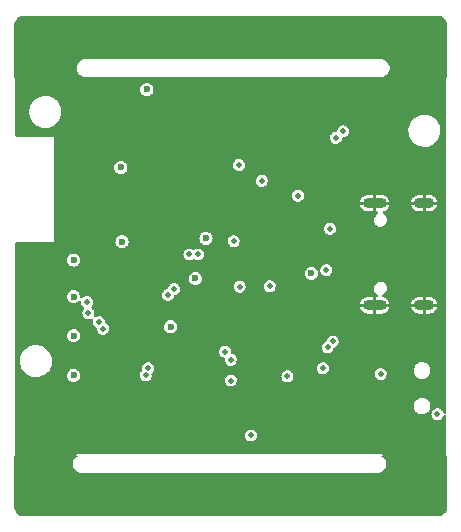
<source format=gbr>
%TF.GenerationSoftware,KiCad,Pcbnew,(6.0.0)*%
%TF.CreationDate,2022-11-27T20:06:58+00:00*%
%TF.ProjectId,Tracer,54726163-6572-42e6-9b69-6361645f7063,F*%
%TF.SameCoordinates,Original*%
%TF.FileFunction,Copper,L3,Inr*%
%TF.FilePolarity,Positive*%
%FSLAX46Y46*%
G04 Gerber Fmt 4.6, Leading zero omitted, Abs format (unit mm)*
G04 Created by KiCad (PCBNEW (6.0.0)) date 2022-11-27 20:06:58*
%MOMM*%
%LPD*%
G01*
G04 APERTURE LIST*
%TA.AperFunction,ComponentPad*%
%ADD10O,2.000000X0.900000*%
%TD*%
%TA.AperFunction,ComponentPad*%
%ADD11O,1.700000X0.900000*%
%TD*%
%TA.AperFunction,ViaPad*%
%ADD12C,0.500000*%
%TD*%
%TA.AperFunction,ViaPad*%
%ADD13C,0.600000*%
%TD*%
G04 APERTURE END LIST*
D10*
%TO.N,GND*%
%TO.C,J1*%
X159695000Y-99770000D03*
D11*
X163865000Y-99770000D03*
X163865000Y-91130000D03*
D10*
X159695000Y-91130000D03*
%TD*%
D12*
%TO.N,+BATT*%
X165000000Y-109000000D03*
X148200000Y-87900000D03*
%TO.N,GND*%
X139000000Y-98600000D03*
X135000000Y-84000000D03*
X144000000Y-82000000D03*
X133250000Y-89950000D03*
X144000000Y-88000000D03*
X133250000Y-91200000D03*
X142000000Y-84000000D03*
X150500000Y-96700000D03*
X151060000Y-102950000D03*
X151060000Y-101680000D03*
X139000000Y-97400000D03*
X135300000Y-91350000D03*
X138000000Y-98600000D03*
X140000000Y-88000000D03*
X135000000Y-88000000D03*
X146000000Y-84000000D03*
X146000000Y-88000000D03*
X135000000Y-82000000D03*
X149679122Y-87879122D03*
X153600000Y-102950000D03*
X152330000Y-100410000D03*
X132750000Y-91200000D03*
X140000000Y-98600000D03*
X140000000Y-97400000D03*
X133800000Y-90000000D03*
X138000000Y-99600000D03*
X154000000Y-94400000D03*
X151060000Y-100410000D03*
X138750000Y-103100000D03*
X135000000Y-86000000D03*
X139000000Y-99600000D03*
X133750000Y-91400000D03*
X152330000Y-102950000D03*
X156600000Y-102250000D03*
X134300000Y-90200000D03*
X140000000Y-99600000D03*
X134100000Y-91800000D03*
X129500000Y-109400000D03*
X157100000Y-95850000D03*
X146000000Y-82000000D03*
X139000000Y-84000000D03*
X152330000Y-101680000D03*
X134700000Y-90500000D03*
X135050000Y-90900000D03*
X142000000Y-88000000D03*
X132750000Y-89900000D03*
X145300000Y-85900000D03*
X153600000Y-101680000D03*
X153600000Y-100410000D03*
D13*
%TO.N,+3V3*%
X140395000Y-81500000D03*
X138300000Y-94400000D03*
X154332671Y-97067329D03*
X134200000Y-95950000D03*
X134200000Y-102350000D03*
X138195000Y-88100000D03*
X134200000Y-105700000D03*
X145400000Y-94100000D03*
X134200000Y-99050000D03*
X142400000Y-101600000D03*
X144500000Y-97500000D03*
D12*
%TO.N,Net-(BT1-Pad2)*%
X150124500Y-89250000D03*
%TO.N,6D_PWR*%
X150800000Y-98174500D03*
X136684166Y-101756944D03*
%TO.N,6D_INT1*%
X148250000Y-98200000D03*
X135450000Y-100450000D03*
%TO.N,6D_INT2*%
X135350000Y-99500000D03*
X147750000Y-94350000D03*
%TO.N,SPICS0*%
X147500000Y-106150000D03*
X149200000Y-110800000D03*
X142702684Y-98397316D03*
X147500000Y-104400000D03*
%TO.N,VUSB*%
X155600000Y-96800000D03*
X155900000Y-93300000D03*
%TO.N,SPIWP*%
X142200000Y-98900000D03*
X147025500Y-103700000D03*
%TO.N,~CE*%
X136350000Y-101200000D03*
X157000000Y-85050000D03*
%TO.N,U0RXD*%
X144000000Y-95475500D03*
X155700000Y-103350000D03*
%TO.N,U0TXD*%
X156124500Y-102842824D03*
X144722497Y-95475500D03*
%TO.N,RTS*%
X152300000Y-105800000D03*
X140294609Y-105716172D03*
%TO.N,DTR*%
X140500000Y-105100000D03*
X155300000Y-105100000D03*
%TO.N,Net-(BT1-Pad1)*%
X160200000Y-105600000D03*
X153200000Y-90500000D03*
X156400000Y-85600000D03*
%TD*%
%TA.AperFunction,Conductor*%
%TO.N,GND*%
G36*
X134593267Y-112511067D02*
G01*
X134456733Y-112589895D01*
X134339571Y-112695388D01*
X134337295Y-112698520D01*
X134337291Y-112698525D01*
X134296049Y-112755291D01*
X134246903Y-112822935D01*
X134182779Y-112966961D01*
X134150000Y-113121172D01*
X134150000Y-113278828D01*
X134182779Y-113433039D01*
X134184353Y-113436574D01*
X134245325Y-113573523D01*
X134245328Y-113573527D01*
X134246903Y-113577066D01*
X134339571Y-113704612D01*
X134456733Y-113810105D01*
X134593267Y-113888933D01*
X134743207Y-113937651D01*
X134747056Y-113938056D01*
X134747058Y-113938056D01*
X134887045Y-113952769D01*
X134892877Y-113953382D01*
X134900000Y-113955291D01*
X134909412Y-113952769D01*
X134910334Y-113952522D01*
X134929487Y-113950000D01*
X159870513Y-113950000D01*
X159889666Y-113952522D01*
X159900000Y-113955291D01*
X159907123Y-113953382D01*
X159912955Y-113952769D01*
X160052942Y-113938056D01*
X160052944Y-113938056D01*
X160056793Y-113937651D01*
X160206733Y-113888933D01*
X160343267Y-113810105D01*
X160460429Y-113704612D01*
X160553097Y-113577066D01*
X160554672Y-113573527D01*
X160554675Y-113573523D01*
X160615647Y-113436574D01*
X160617221Y-113433039D01*
X160650000Y-113278828D01*
X160650000Y-113121172D01*
X160617221Y-112966961D01*
X160553097Y-112822935D01*
X160503951Y-112755291D01*
X160462709Y-112698525D01*
X160462705Y-112698520D01*
X160460429Y-112695388D01*
X160343267Y-112589895D01*
X160206733Y-112511067D01*
X160172672Y-112500000D01*
X165842894Y-112500000D01*
X165842894Y-116770513D01*
X165840372Y-116789666D01*
X165837603Y-116800000D01*
X165840125Y-116809412D01*
X165840125Y-116819153D01*
X165839440Y-116819153D01*
X165840152Y-116827837D01*
X165827275Y-116958573D01*
X165824445Y-116972800D01*
X165780306Y-117118306D01*
X165774754Y-117131708D01*
X165703077Y-117265806D01*
X165695018Y-117277868D01*
X165598558Y-117395406D01*
X165588300Y-117405664D01*
X165470762Y-117502124D01*
X165458700Y-117510183D01*
X165324602Y-117581860D01*
X165311200Y-117587412D01*
X165165694Y-117631551D01*
X165151467Y-117634381D01*
X165020731Y-117647258D01*
X165012047Y-117646546D01*
X165012047Y-117647231D01*
X165002306Y-117647231D01*
X164992894Y-117644709D01*
X164983482Y-117647231D01*
X164982560Y-117647478D01*
X164963407Y-117650000D01*
X130022381Y-117650000D01*
X130003228Y-117647478D01*
X130002306Y-117647231D01*
X129992894Y-117644709D01*
X129983482Y-117647231D01*
X129973741Y-117647231D01*
X129973741Y-117646546D01*
X129965057Y-117647258D01*
X129834321Y-117634381D01*
X129820094Y-117631551D01*
X129674588Y-117587412D01*
X129661186Y-117581860D01*
X129527088Y-117510183D01*
X129515026Y-117502124D01*
X129397488Y-117405664D01*
X129387230Y-117395406D01*
X129290770Y-117277868D01*
X129282711Y-117265806D01*
X129211034Y-117131708D01*
X129205482Y-117118306D01*
X129161343Y-116972800D01*
X129158513Y-116958573D01*
X129145636Y-116827837D01*
X129146348Y-116819151D01*
X129145663Y-116819151D01*
X129145663Y-116809411D01*
X129148185Y-116800000D01*
X129145426Y-116789702D01*
X129142904Y-116770523D01*
X129143888Y-113955291D01*
X129144396Y-112500000D01*
X134627328Y-112500000D01*
X134593267Y-112511067D01*
G37*
%TD.AperFunction*%
%TA.AperFunction,Conductor*%
G36*
X164987676Y-75252609D02*
G01*
X164988418Y-75252620D01*
X164997793Y-75255275D01*
X165007239Y-75252887D01*
X165016980Y-75253026D01*
X165016971Y-75253692D01*
X165025663Y-75253099D01*
X165156185Y-75267713D01*
X165170248Y-75270692D01*
X165248100Y-75295293D01*
X165315265Y-75316517D01*
X165328479Y-75322156D01*
X165461898Y-75395155D01*
X165473779Y-75403247D01*
X165590567Y-75500665D01*
X165600659Y-75510902D01*
X165696411Y-75629066D01*
X165704332Y-75641059D01*
X165742511Y-75713256D01*
X165775424Y-75775495D01*
X165780879Y-75788795D01*
X165824007Y-75932345D01*
X165824640Y-75934453D01*
X165827419Y-75948557D01*
X165840176Y-76079266D01*
X165839460Y-76087951D01*
X165840125Y-76087951D01*
X165840125Y-76097695D01*
X165837603Y-76107106D01*
X165840125Y-76116518D01*
X165840372Y-76117440D01*
X165842894Y-76136593D01*
X165842894Y-80500000D01*
X129155572Y-80500000D01*
X129155824Y-79778828D01*
X134450000Y-79778828D01*
X134482779Y-79933039D01*
X134484353Y-79936574D01*
X134545325Y-80073523D01*
X134545328Y-80073527D01*
X134546903Y-80077066D01*
X134639571Y-80204612D01*
X134756733Y-80310105D01*
X134893267Y-80388933D01*
X135043207Y-80437651D01*
X135047056Y-80438056D01*
X135047058Y-80438056D01*
X135187045Y-80452769D01*
X135192877Y-80453382D01*
X135200000Y-80455291D01*
X135209412Y-80452769D01*
X135210334Y-80452522D01*
X135229487Y-80450000D01*
X160170513Y-80450000D01*
X160189666Y-80452522D01*
X160200000Y-80455291D01*
X160207123Y-80453382D01*
X160212955Y-80452769D01*
X160352942Y-80438056D01*
X160352944Y-80438056D01*
X160356793Y-80437651D01*
X160506733Y-80388933D01*
X160643267Y-80310105D01*
X160760429Y-80204612D01*
X160853097Y-80077066D01*
X160854672Y-80073527D01*
X160854675Y-80073523D01*
X160915647Y-79936574D01*
X160917221Y-79933039D01*
X160950000Y-79778828D01*
X160950000Y-79621172D01*
X160917221Y-79466961D01*
X160853097Y-79322935D01*
X160803951Y-79255291D01*
X160762709Y-79198525D01*
X160762705Y-79198520D01*
X160760429Y-79195388D01*
X160643267Y-79089895D01*
X160506733Y-79011067D01*
X160356793Y-78962349D01*
X160352944Y-78961944D01*
X160352942Y-78961944D01*
X160212955Y-78947231D01*
X160207123Y-78946618D01*
X160200000Y-78944709D01*
X160190588Y-78947231D01*
X160189666Y-78947478D01*
X160170513Y-78950000D01*
X135229487Y-78950000D01*
X135210334Y-78947478D01*
X135209412Y-78947231D01*
X135200000Y-78944709D01*
X135192877Y-78946618D01*
X135187045Y-78947231D01*
X135047058Y-78961944D01*
X135047056Y-78961944D01*
X135043207Y-78962349D01*
X134893267Y-79011067D01*
X134756733Y-79089895D01*
X134639571Y-79195388D01*
X134637295Y-79198520D01*
X134637291Y-79198525D01*
X134596049Y-79255291D01*
X134546903Y-79322935D01*
X134482779Y-79466961D01*
X134450000Y-79621172D01*
X134450000Y-79778828D01*
X129155824Y-79778828D01*
X129157096Y-76135801D01*
X129159484Y-76117180D01*
X129159938Y-76115436D01*
X129159938Y-76115435D01*
X129162393Y-76106007D01*
X129159805Y-76096614D01*
X129159736Y-76086874D01*
X129160432Y-76086869D01*
X129159659Y-76078189D01*
X129171734Y-75946653D01*
X129174488Y-75932345D01*
X129217984Y-75785930D01*
X129223489Y-75772438D01*
X129294835Y-75637382D01*
X129302877Y-75625230D01*
X129399302Y-75506777D01*
X129409569Y-75496437D01*
X129522406Y-75403247D01*
X129527341Y-75399172D01*
X129539431Y-75391047D01*
X129673979Y-75318747D01*
X129687431Y-75313147D01*
X129833536Y-75268614D01*
X129847825Y-75265759D01*
X129979267Y-75252755D01*
X129987952Y-75253464D01*
X129987952Y-75252770D01*
X129997696Y-75252770D01*
X130007106Y-75255291D01*
X130017440Y-75252522D01*
X130036593Y-75250000D01*
X164968892Y-75250000D01*
X164987676Y-75252609D01*
G37*
%TD.AperFunction*%
%TD*%
%TA.AperFunction,Conductor*%
%TO.N,GND*%
G36*
X134928691Y-80510127D02*
G01*
X135026661Y-80539846D01*
X135026667Y-80539847D01*
X135032587Y-80541643D01*
X135191595Y-80557304D01*
X135200000Y-80558976D01*
X135212847Y-80556421D01*
X135237425Y-80554000D01*
X160162575Y-80554000D01*
X160187153Y-80556421D01*
X160200000Y-80558976D01*
X160208405Y-80557304D01*
X160367413Y-80541643D01*
X160373333Y-80539847D01*
X160373339Y-80539846D01*
X160471309Y-80510127D01*
X160504694Y-80500000D01*
X165738894Y-80500000D01*
X165738894Y-108835549D01*
X165718892Y-108903670D01*
X165665236Y-108950163D01*
X165594962Y-108960267D01*
X165530382Y-108930773D01*
X165491958Y-108870911D01*
X165490474Y-108865835D01*
X165489201Y-108856948D01*
X165429388Y-108725395D01*
X165423530Y-108718596D01*
X165423527Y-108718592D01*
X165340916Y-108622718D01*
X165340913Y-108622716D01*
X165335056Y-108615918D01*
X165274423Y-108576617D01*
X165221324Y-108542200D01*
X165221322Y-108542199D01*
X165213790Y-108537317D01*
X165196921Y-108532272D01*
X165083938Y-108498482D01*
X165083936Y-108498482D01*
X165075337Y-108495910D01*
X165066363Y-108495855D01*
X165066361Y-108495855D01*
X165003082Y-108495469D01*
X164930827Y-108495028D01*
X164922196Y-108497495D01*
X164922194Y-108497495D01*
X164800509Y-108532272D01*
X164800505Y-108532274D01*
X164791879Y-108534739D01*
X164784292Y-108539526D01*
X164784290Y-108539527D01*
X164750199Y-108561037D01*
X164669661Y-108611853D01*
X164573999Y-108720170D01*
X164512583Y-108850982D01*
X164511203Y-108859846D01*
X164511202Y-108859849D01*
X164500031Y-108931600D01*
X164490350Y-108993773D01*
X164491514Y-109002675D01*
X164491514Y-109002678D01*
X164507924Y-109128164D01*
X164509088Y-109137065D01*
X164567289Y-109269339D01*
X164660276Y-109379960D01*
X164667747Y-109384933D01*
X164667748Y-109384934D01*
X164773101Y-109455063D01*
X164773103Y-109455064D01*
X164780574Y-109460037D01*
X164789138Y-109462713D01*
X164789141Y-109462714D01*
X164849542Y-109481584D01*
X164918510Y-109503132D01*
X165062998Y-109505780D01*
X165082530Y-109500455D01*
X165193763Y-109470130D01*
X165193765Y-109470129D01*
X165202422Y-109467769D01*
X165325572Y-109392154D01*
X165422551Y-109285014D01*
X165485560Y-109154962D01*
X165488640Y-109136655D01*
X165519667Y-109072797D01*
X165580293Y-109035851D01*
X165651269Y-109037546D01*
X165710062Y-109077345D01*
X165738004Y-109142612D01*
X165738894Y-109157560D01*
X165738894Y-112500000D01*
X160393216Y-112500000D01*
X160381538Y-112490416D01*
X160376753Y-112486489D01*
X160228393Y-112407189D01*
X160188546Y-112395102D01*
X160073339Y-112360154D01*
X160073333Y-112360153D01*
X160067413Y-112358357D01*
X159908405Y-112342696D01*
X159900000Y-112341024D01*
X159887153Y-112343579D01*
X159862575Y-112346000D01*
X134937425Y-112346000D01*
X134912847Y-112343579D01*
X134900000Y-112341024D01*
X134891595Y-112342696D01*
X134732587Y-112358357D01*
X134726667Y-112360153D01*
X134726661Y-112360154D01*
X134611454Y-112395102D01*
X134571607Y-112407189D01*
X134423247Y-112486489D01*
X134418462Y-112490416D01*
X134406784Y-112500000D01*
X129248396Y-112500000D01*
X129248992Y-110793773D01*
X148690350Y-110793773D01*
X148691514Y-110802675D01*
X148691514Y-110802678D01*
X148707924Y-110928164D01*
X148709088Y-110937065D01*
X148767289Y-111069339D01*
X148860276Y-111179960D01*
X148867747Y-111184933D01*
X148867748Y-111184934D01*
X148973101Y-111255063D01*
X148973103Y-111255064D01*
X148980574Y-111260037D01*
X148989138Y-111262713D01*
X148989141Y-111262714D01*
X149049542Y-111281585D01*
X149118510Y-111303132D01*
X149262998Y-111305780D01*
X149282530Y-111300455D01*
X149393763Y-111270130D01*
X149393765Y-111270129D01*
X149402422Y-111267769D01*
X149525572Y-111192154D01*
X149622551Y-111085014D01*
X149685560Y-110954962D01*
X149709536Y-110812453D01*
X149709688Y-110800000D01*
X149689201Y-110656948D01*
X149629388Y-110525395D01*
X149623530Y-110518596D01*
X149623527Y-110518592D01*
X149540916Y-110422718D01*
X149540913Y-110422716D01*
X149535056Y-110415918D01*
X149413790Y-110337317D01*
X149396921Y-110332272D01*
X149283938Y-110298482D01*
X149283936Y-110298482D01*
X149275337Y-110295910D01*
X149266363Y-110295855D01*
X149266361Y-110295855D01*
X149203082Y-110295469D01*
X149130827Y-110295028D01*
X149122196Y-110297495D01*
X149122194Y-110297495D01*
X149000509Y-110332272D01*
X149000505Y-110332274D01*
X148991879Y-110334739D01*
X148869661Y-110411853D01*
X148773999Y-110520170D01*
X148712583Y-110650982D01*
X148690350Y-110793773D01*
X129248992Y-110793773D01*
X129249834Y-108381568D01*
X162995029Y-108381568D01*
X162996801Y-108388948D01*
X162996801Y-108388950D01*
X163032421Y-108537317D01*
X163034835Y-108547373D01*
X163113042Y-108698896D01*
X163225135Y-108827391D01*
X163364643Y-108925438D01*
X163453975Y-108960267D01*
X163516431Y-108984618D01*
X163516434Y-108984619D01*
X163523511Y-108987378D01*
X163531044Y-108988370D01*
X163531045Y-108988370D01*
X163649477Y-109003962D01*
X163649478Y-109003962D01*
X163653564Y-109004500D01*
X163742756Y-109004500D01*
X163869281Y-108989189D01*
X164028789Y-108928916D01*
X164065522Y-108903670D01*
X164163057Y-108836636D01*
X164163058Y-108836635D01*
X164169316Y-108832334D01*
X164262012Y-108728295D01*
X164277695Y-108710693D01*
X164277697Y-108710690D01*
X164282748Y-108705021D01*
X164362538Y-108554324D01*
X164365583Y-108542200D01*
X164402227Y-108396317D01*
X164402227Y-108396313D01*
X164404078Y-108388946D01*
X164404157Y-108373974D01*
X164404931Y-108226026D01*
X164404971Y-108218432D01*
X164365165Y-108052627D01*
X164286958Y-107901104D01*
X164174865Y-107772609D01*
X164035357Y-107674562D01*
X163939488Y-107637184D01*
X163883569Y-107615382D01*
X163883566Y-107615381D01*
X163876489Y-107612622D01*
X163868956Y-107611630D01*
X163868955Y-107611630D01*
X163750523Y-107596038D01*
X163750522Y-107596038D01*
X163746436Y-107595500D01*
X163657244Y-107595500D01*
X163530719Y-107610811D01*
X163371211Y-107671084D01*
X163230684Y-107767666D01*
X163225632Y-107773336D01*
X163225631Y-107773337D01*
X163122305Y-107889307D01*
X163122303Y-107889310D01*
X163117252Y-107894979D01*
X163037462Y-108045676D01*
X163035612Y-108053041D01*
X163033863Y-108060006D01*
X162995922Y-108211054D01*
X162995882Y-108218653D01*
X162995882Y-108218655D01*
X162995511Y-108289571D01*
X162995029Y-108381568D01*
X129249834Y-108381568D01*
X129251212Y-104435964D01*
X129642112Y-104435964D01*
X129642312Y-104441292D01*
X129642312Y-104441294D01*
X129644464Y-104498599D01*
X129643705Y-104498628D01*
X129644034Y-104500016D01*
X129644340Y-104499989D01*
X129644374Y-104500377D01*
X129644465Y-104501838D01*
X129644523Y-104502085D01*
X129644648Y-104503507D01*
X129650736Y-104665669D01*
X129651831Y-104670888D01*
X129664628Y-104731879D01*
X129663861Y-104732040D01*
X129664841Y-104734316D01*
X129664937Y-104735408D01*
X129666361Y-104740722D01*
X129666464Y-104741307D01*
X129667635Y-104746210D01*
X129697939Y-104890637D01*
X129718562Y-104942859D01*
X129723975Y-104956566D01*
X129724724Y-104958541D01*
X129726097Y-104963663D01*
X129728422Y-104968649D01*
X129728423Y-104968651D01*
X129728947Y-104969775D01*
X129731934Y-104976717D01*
X129782372Y-105104436D01*
X129819273Y-105165246D01*
X129820811Y-105168126D01*
X129820890Y-105168080D01*
X129823639Y-105172841D01*
X129825965Y-105177829D01*
X129829122Y-105182337D01*
X129829124Y-105182341D01*
X129830674Y-105184555D01*
X129835181Y-105191462D01*
X129898060Y-105295083D01*
X129901621Y-105300952D01*
X129905116Y-105304979D01*
X129905117Y-105304981D01*
X129951993Y-105359000D01*
X129955555Y-105363563D01*
X129958347Y-105366890D01*
X129961505Y-105371401D01*
X129967791Y-105377687D01*
X129973861Y-105384201D01*
X130044700Y-105465835D01*
X130052276Y-105474566D01*
X130064921Y-105484934D01*
X130116309Y-105527070D01*
X130123574Y-105533652D01*
X130124706Y-105534602D01*
X130128599Y-105538495D01*
X130133103Y-105541649D01*
X130133108Y-105541653D01*
X130135936Y-105543633D01*
X130143554Y-105549410D01*
X130225901Y-105616931D01*
X130225907Y-105616935D01*
X130230029Y-105620315D01*
X130234668Y-105622955D01*
X130234667Y-105622955D01*
X130307355Y-105664331D01*
X130317296Y-105670622D01*
X130317660Y-105670877D01*
X130317667Y-105670881D01*
X130322171Y-105674035D01*
X130327155Y-105676359D01*
X130327160Y-105676362D01*
X130329875Y-105677628D01*
X130338952Y-105682318D01*
X130378132Y-105704620D01*
X130429798Y-105734030D01*
X130506448Y-105761853D01*
X130519498Y-105766590D01*
X130529753Y-105770833D01*
X130531348Y-105771577D01*
X130531350Y-105771578D01*
X130536337Y-105773903D01*
X130541653Y-105775327D01*
X130541655Y-105775328D01*
X130542719Y-105775613D01*
X130543702Y-105775876D01*
X130554081Y-105779143D01*
X130645871Y-105812461D01*
X130746443Y-105830648D01*
X130756616Y-105832926D01*
X130764592Y-105835063D01*
X130770990Y-105835623D01*
X130782412Y-105837152D01*
X130872069Y-105853364D01*
X130876208Y-105853559D01*
X130876215Y-105853560D01*
X130894670Y-105854430D01*
X130894677Y-105854430D01*
X130896158Y-105854500D01*
X131057712Y-105854500D01*
X131137444Y-105847735D01*
X131223733Y-105840413D01*
X131223737Y-105840412D01*
X131229044Y-105839962D01*
X131234199Y-105838624D01*
X131234205Y-105838623D01*
X131446368Y-105783556D01*
X131446367Y-105783556D01*
X131451539Y-105782214D01*
X131634047Y-105700000D01*
X133640715Y-105700000D01*
X133641793Y-105708188D01*
X133658570Y-105835621D01*
X133659772Y-105844754D01*
X133667513Y-105863442D01*
X133701412Y-105945280D01*
X133715645Y-105979642D01*
X133734369Y-106004044D01*
X133789743Y-106076208D01*
X133804526Y-106095474D01*
X133811076Y-106100500D01*
X133811079Y-106100503D01*
X133913804Y-106179327D01*
X133920357Y-106184355D01*
X134055246Y-106240228D01*
X134200000Y-106259285D01*
X134208188Y-106258207D01*
X134232070Y-106255063D01*
X134344754Y-106240228D01*
X134479643Y-106184355D01*
X134486196Y-106179327D01*
X134588921Y-106100503D01*
X134588924Y-106100500D01*
X134595474Y-106095474D01*
X134610258Y-106076208D01*
X134665631Y-106004044D01*
X134684355Y-105979642D01*
X134698589Y-105945280D01*
X134732487Y-105863442D01*
X134740228Y-105844754D01*
X134741431Y-105835621D01*
X134757976Y-105709945D01*
X139784959Y-105709945D01*
X139786123Y-105718847D01*
X139786123Y-105718850D01*
X139801041Y-105832928D01*
X139803697Y-105853237D01*
X139861898Y-105985511D01*
X139954885Y-106096132D01*
X139962356Y-106101105D01*
X139962357Y-106101106D01*
X140067710Y-106171235D01*
X140067712Y-106171236D01*
X140075183Y-106176209D01*
X140083747Y-106178885D01*
X140083750Y-106178886D01*
X140144151Y-106197757D01*
X140213119Y-106219304D01*
X140357607Y-106221952D01*
X140377139Y-106216627D01*
X140488372Y-106186302D01*
X140488374Y-106186301D01*
X140497031Y-106183941D01*
X140562450Y-106143773D01*
X146990350Y-106143773D01*
X146991514Y-106152675D01*
X146991514Y-106152678D01*
X147000573Y-106221952D01*
X147009088Y-106287065D01*
X147067289Y-106419339D01*
X147160276Y-106529960D01*
X147167747Y-106534933D01*
X147167748Y-106534934D01*
X147273101Y-106605063D01*
X147273103Y-106605064D01*
X147280574Y-106610037D01*
X147289138Y-106612713D01*
X147289141Y-106612714D01*
X147349542Y-106631585D01*
X147418510Y-106653132D01*
X147562998Y-106655780D01*
X147582530Y-106650455D01*
X147693763Y-106620130D01*
X147693765Y-106620129D01*
X147702422Y-106617769D01*
X147825572Y-106542154D01*
X147922551Y-106435014D01*
X147985560Y-106304962D01*
X148009536Y-106162453D01*
X148009688Y-106150000D01*
X147997239Y-106063073D01*
X147990474Y-106015835D01*
X147990473Y-106015833D01*
X147989201Y-106006948D01*
X147929388Y-105875395D01*
X147923530Y-105868596D01*
X147923527Y-105868592D01*
X147859058Y-105793773D01*
X151790350Y-105793773D01*
X151791514Y-105802675D01*
X151791514Y-105802678D01*
X151801403Y-105878295D01*
X151809088Y-105937065D01*
X151867289Y-106069339D01*
X151873063Y-106076208D01*
X151949590Y-106167247D01*
X151960276Y-106179960D01*
X151967747Y-106184933D01*
X151967748Y-106184934D01*
X152073101Y-106255063D01*
X152073103Y-106255064D01*
X152080574Y-106260037D01*
X152089138Y-106262713D01*
X152089141Y-106262714D01*
X152138594Y-106278164D01*
X152218510Y-106303132D01*
X152362998Y-106305780D01*
X152382530Y-106300455D01*
X152493763Y-106270130D01*
X152493765Y-106270129D01*
X152502422Y-106267769D01*
X152625572Y-106192154D01*
X152722551Y-106085014D01*
X152767541Y-105992154D01*
X152781645Y-105963043D01*
X152781645Y-105963042D01*
X152785560Y-105954962D01*
X152809536Y-105812453D01*
X152809688Y-105800000D01*
X152794194Y-105691812D01*
X152790474Y-105665835D01*
X152790473Y-105665833D01*
X152789201Y-105656948D01*
X152729388Y-105525395D01*
X152723530Y-105518596D01*
X152723527Y-105518592D01*
X152640916Y-105422718D01*
X152640913Y-105422716D01*
X152635056Y-105415918D01*
X152563194Y-105369339D01*
X152521324Y-105342200D01*
X152521322Y-105342199D01*
X152513790Y-105337317D01*
X152482720Y-105328025D01*
X152383938Y-105298482D01*
X152383936Y-105298482D01*
X152375337Y-105295910D01*
X152366363Y-105295855D01*
X152366361Y-105295855D01*
X152303082Y-105295469D01*
X152230827Y-105295028D01*
X152222196Y-105297495D01*
X152222194Y-105297495D01*
X152100509Y-105332272D01*
X152100505Y-105332274D01*
X152091879Y-105334739D01*
X152084292Y-105339526D01*
X152084290Y-105339527D01*
X152012198Y-105385014D01*
X151969661Y-105411853D01*
X151963718Y-105418582D01*
X151963717Y-105418583D01*
X151914275Y-105474566D01*
X151873999Y-105520170D01*
X151870185Y-105528293D01*
X151870184Y-105528295D01*
X151851940Y-105567154D01*
X151812583Y-105650982D01*
X151811203Y-105659846D01*
X151811202Y-105659849D01*
X151791941Y-105783556D01*
X151790350Y-105793773D01*
X147859058Y-105793773D01*
X147840916Y-105772718D01*
X147840913Y-105772716D01*
X147835056Y-105765918D01*
X147735013Y-105701073D01*
X147721324Y-105692200D01*
X147721322Y-105692199D01*
X147713790Y-105687317D01*
X147669379Y-105674035D01*
X147583938Y-105648482D01*
X147583936Y-105648482D01*
X147575337Y-105645910D01*
X147566363Y-105645855D01*
X147566361Y-105645855D01*
X147503082Y-105645469D01*
X147430827Y-105645028D01*
X147422196Y-105647495D01*
X147422194Y-105647495D01*
X147300509Y-105682272D01*
X147300505Y-105682274D01*
X147291879Y-105684739D01*
X147284292Y-105689526D01*
X147284290Y-105689527D01*
X147177254Y-105757062D01*
X147169661Y-105761853D01*
X147163718Y-105768582D01*
X147163717Y-105768583D01*
X147101860Y-105838623D01*
X147073999Y-105870170D01*
X147070185Y-105878293D01*
X147070184Y-105878295D01*
X147063905Y-105891670D01*
X147012583Y-106000982D01*
X147011203Y-106009846D01*
X147011202Y-106009849D01*
X146996266Y-106105780D01*
X146990350Y-106143773D01*
X140562450Y-106143773D01*
X140620181Y-106108326D01*
X140717160Y-106001186D01*
X140752523Y-105928197D01*
X140776254Y-105879215D01*
X140776254Y-105879214D01*
X140780169Y-105871134D01*
X140804145Y-105728625D01*
X140804297Y-105716172D01*
X140787666Y-105600046D01*
X140797808Y-105529779D01*
X140826188Y-105492712D01*
X140825572Y-105492154D01*
X140890559Y-105420358D01*
X140922551Y-105385014D01*
X140985560Y-105254962D01*
X141009536Y-105112453D01*
X141009688Y-105100000D01*
X141008796Y-105093773D01*
X154790350Y-105093773D01*
X154791514Y-105102675D01*
X154791514Y-105102678D01*
X154806938Y-105220624D01*
X154809088Y-105237065D01*
X154867289Y-105369339D01*
X154873063Y-105376208D01*
X154890109Y-105396486D01*
X154960276Y-105479960D01*
X154967747Y-105484933D01*
X154967748Y-105484934D01*
X155073101Y-105555063D01*
X155073103Y-105555064D01*
X155080574Y-105560037D01*
X155089138Y-105562713D01*
X155089141Y-105562714D01*
X155149542Y-105581585D01*
X155218510Y-105603132D01*
X155362998Y-105605780D01*
X155407040Y-105593773D01*
X159690350Y-105593773D01*
X159691514Y-105602675D01*
X159691514Y-105602678D01*
X159705639Y-105710693D01*
X159709088Y-105737065D01*
X159767289Y-105869339D01*
X159860276Y-105979960D01*
X159867747Y-105984933D01*
X159867748Y-105984934D01*
X159973101Y-106055063D01*
X159973103Y-106055064D01*
X159980574Y-106060037D01*
X159989138Y-106062713D01*
X159989141Y-106062714D01*
X160049542Y-106081584D01*
X160118510Y-106103132D01*
X160262998Y-106105780D01*
X160298387Y-106096132D01*
X160393763Y-106070130D01*
X160393765Y-106070129D01*
X160402422Y-106067769D01*
X160525572Y-105992154D01*
X160622551Y-105885014D01*
X160655383Y-105817247D01*
X160681645Y-105763043D01*
X160681645Y-105763042D01*
X160685560Y-105754962D01*
X160709536Y-105612453D01*
X160709612Y-105606226D01*
X160709629Y-105604860D01*
X160709629Y-105604856D01*
X160709688Y-105600000D01*
X160689201Y-105456948D01*
X160654928Y-105381568D01*
X162995029Y-105381568D01*
X162996801Y-105388948D01*
X162996801Y-105388950D01*
X163032704Y-105538495D01*
X163034835Y-105547373D01*
X163113042Y-105698896D01*
X163118034Y-105704618D01*
X163118035Y-105704620D01*
X163205480Y-105804860D01*
X163225135Y-105827391D01*
X163364643Y-105925438D01*
X163460512Y-105962816D01*
X163516431Y-105984618D01*
X163516434Y-105984619D01*
X163523511Y-105987378D01*
X163531044Y-105988370D01*
X163531045Y-105988370D01*
X163649477Y-106003962D01*
X163649478Y-106003962D01*
X163653564Y-106004500D01*
X163742756Y-106004500D01*
X163869281Y-105989189D01*
X164028789Y-105928916D01*
X164082982Y-105891670D01*
X164163057Y-105836636D01*
X164163058Y-105836635D01*
X164169316Y-105832334D01*
X164186177Y-105813410D01*
X164277695Y-105710693D01*
X164277697Y-105710690D01*
X164282748Y-105705021D01*
X164291865Y-105687803D01*
X164326200Y-105622955D01*
X164362538Y-105554324D01*
X164365721Y-105541653D01*
X164402227Y-105396317D01*
X164402227Y-105396313D01*
X164404078Y-105388946D01*
X164404121Y-105380844D01*
X164404565Y-105295910D01*
X164404971Y-105218432D01*
X164403195Y-105211035D01*
X164366937Y-105060006D01*
X164366936Y-105060002D01*
X164365165Y-105052627D01*
X164286958Y-104901104D01*
X164253469Y-104862714D01*
X164179861Y-104778336D01*
X164174865Y-104772609D01*
X164035357Y-104674562D01*
X163926889Y-104632272D01*
X163883569Y-104615382D01*
X163883566Y-104615381D01*
X163876489Y-104612622D01*
X163868956Y-104611630D01*
X163868955Y-104611630D01*
X163750523Y-104596038D01*
X163750522Y-104596038D01*
X163746436Y-104595500D01*
X163657244Y-104595500D01*
X163530719Y-104610811D01*
X163371211Y-104671084D01*
X163230684Y-104767666D01*
X163225632Y-104773336D01*
X163225631Y-104773337D01*
X163122305Y-104889307D01*
X163122303Y-104889310D01*
X163117252Y-104894979D01*
X163113697Y-104901692D01*
X163113697Y-104901693D01*
X163058288Y-105006343D01*
X163037462Y-105045676D01*
X163035612Y-105053041D01*
X163004268Y-105177829D01*
X162995922Y-105211054D01*
X162995882Y-105218653D01*
X162995882Y-105218655D01*
X162995832Y-105228164D01*
X162995029Y-105381568D01*
X160654928Y-105381568D01*
X160629388Y-105325395D01*
X160623530Y-105318596D01*
X160623527Y-105318592D01*
X160540916Y-105222718D01*
X160540913Y-105222716D01*
X160535056Y-105215918D01*
X160461251Y-105168080D01*
X160421324Y-105142200D01*
X160421322Y-105142199D01*
X160413790Y-105137317D01*
X160346682Y-105117247D01*
X160283938Y-105098482D01*
X160283936Y-105098482D01*
X160275337Y-105095910D01*
X160266363Y-105095855D01*
X160266361Y-105095855D01*
X160203082Y-105095469D01*
X160130827Y-105095028D01*
X160122196Y-105097495D01*
X160122194Y-105097495D01*
X160000509Y-105132272D01*
X160000505Y-105132274D01*
X159991879Y-105134739D01*
X159984292Y-105139526D01*
X159984290Y-105139527D01*
X159877254Y-105207062D01*
X159869661Y-105211853D01*
X159863718Y-105218582D01*
X159863717Y-105218583D01*
X159802120Y-105288329D01*
X159773999Y-105320170D01*
X159770185Y-105328293D01*
X159770184Y-105328295D01*
X159747689Y-105376208D01*
X159712583Y-105450982D01*
X159711203Y-105459846D01*
X159711202Y-105459849D01*
X159693566Y-105573120D01*
X159690350Y-105593773D01*
X155407040Y-105593773D01*
X155493763Y-105570130D01*
X155493765Y-105570129D01*
X155502422Y-105567769D01*
X155625572Y-105492154D01*
X155645143Y-105470533D01*
X155690559Y-105420358D01*
X155722551Y-105385014D01*
X155785560Y-105254962D01*
X155809536Y-105112453D01*
X155809688Y-105100000D01*
X155789201Y-104956948D01*
X155729388Y-104825395D01*
X155723530Y-104818596D01*
X155723527Y-104818592D01*
X155640916Y-104722718D01*
X155640913Y-104722716D01*
X155635056Y-104715918D01*
X155573791Y-104676208D01*
X155521324Y-104642200D01*
X155521322Y-104642199D01*
X155513790Y-104637317D01*
X155440446Y-104615382D01*
X155383938Y-104598482D01*
X155383936Y-104598482D01*
X155375337Y-104595910D01*
X155366363Y-104595855D01*
X155366361Y-104595855D01*
X155303082Y-104595469D01*
X155230827Y-104595028D01*
X155222196Y-104597495D01*
X155222194Y-104597495D01*
X155100509Y-104632272D01*
X155100505Y-104632274D01*
X155091879Y-104634739D01*
X155084292Y-104639526D01*
X155084290Y-104639527D01*
X155021839Y-104678931D01*
X154969661Y-104711853D01*
X154963718Y-104718582D01*
X154963717Y-104718583D01*
X154915360Y-104773337D01*
X154873999Y-104820170D01*
X154870185Y-104828293D01*
X154870184Y-104828295D01*
X154854025Y-104862714D01*
X154812583Y-104950982D01*
X154811203Y-104959846D01*
X154811202Y-104959849D01*
X154795608Y-105060006D01*
X154790350Y-105093773D01*
X141008796Y-105093773D01*
X140989201Y-104956948D01*
X140929388Y-104825395D01*
X140923530Y-104818596D01*
X140923527Y-104818592D01*
X140840916Y-104722718D01*
X140840913Y-104722716D01*
X140835056Y-104715918D01*
X140773791Y-104676208D01*
X140721324Y-104642200D01*
X140721322Y-104642199D01*
X140713790Y-104637317D01*
X140640446Y-104615382D01*
X140583938Y-104598482D01*
X140583936Y-104598482D01*
X140575337Y-104595910D01*
X140566363Y-104595855D01*
X140566361Y-104595855D01*
X140503082Y-104595469D01*
X140430827Y-104595028D01*
X140422196Y-104597495D01*
X140422194Y-104597495D01*
X140300509Y-104632272D01*
X140300505Y-104632274D01*
X140291879Y-104634739D01*
X140284292Y-104639526D01*
X140284290Y-104639527D01*
X140221839Y-104678931D01*
X140169661Y-104711853D01*
X140163718Y-104718582D01*
X140163717Y-104718583D01*
X140115360Y-104773337D01*
X140073999Y-104820170D01*
X140070185Y-104828293D01*
X140070184Y-104828295D01*
X140054025Y-104862714D01*
X140012583Y-104950982D01*
X140011203Y-104959846D01*
X140011202Y-104959849D01*
X139995608Y-105060006D01*
X139990350Y-105093773D01*
X139991514Y-105102675D01*
X139991514Y-105102678D01*
X140006620Y-105218190D01*
X139995620Y-105288329D01*
X139966121Y-105326857D01*
X139964270Y-105328025D01*
X139868608Y-105436342D01*
X139864794Y-105444465D01*
X139864793Y-105444467D01*
X139854761Y-105465835D01*
X139807192Y-105567154D01*
X139805812Y-105576018D01*
X139805811Y-105576021D01*
X139788066Y-105689993D01*
X139784959Y-105709945D01*
X134757976Y-105709945D01*
X134758207Y-105708188D01*
X134759285Y-105700000D01*
X134752832Y-105650982D01*
X134741306Y-105563432D01*
X134741305Y-105563430D01*
X134740228Y-105555246D01*
X134706198Y-105473090D01*
X134687515Y-105427986D01*
X134687514Y-105427984D01*
X134684355Y-105420358D01*
X134622331Y-105339527D01*
X134600501Y-105311077D01*
X134600500Y-105311076D01*
X134595474Y-105304526D01*
X134588924Y-105299500D01*
X134588921Y-105299497D01*
X134486196Y-105220673D01*
X134486194Y-105220672D01*
X134479643Y-105215645D01*
X134344754Y-105159772D01*
X134200000Y-105140715D01*
X134191812Y-105141793D01*
X134063432Y-105158694D01*
X134063430Y-105158695D01*
X134055246Y-105159772D01*
X134042060Y-105165234D01*
X133927986Y-105212485D01*
X133927984Y-105212486D01*
X133920358Y-105215645D01*
X133804526Y-105304526D01*
X133799503Y-105311072D01*
X133793733Y-105318592D01*
X133715645Y-105420358D01*
X133712486Y-105427984D01*
X133712485Y-105427986D01*
X133693802Y-105473090D01*
X133659772Y-105555246D01*
X133658695Y-105563430D01*
X133658694Y-105563432D01*
X133647168Y-105650982D01*
X133640715Y-105700000D01*
X131634047Y-105700000D01*
X131637805Y-105698307D01*
X131656262Y-105689993D01*
X131656265Y-105689992D01*
X131661123Y-105687803D01*
X131851803Y-105559430D01*
X131857156Y-105554324D01*
X131974001Y-105442859D01*
X132018128Y-105400764D01*
X132155342Y-105216342D01*
X132158041Y-105211035D01*
X132257102Y-105016194D01*
X132257102Y-105016193D01*
X132259520Y-105011438D01*
X132327685Y-104791911D01*
X132338296Y-104711853D01*
X132357188Y-104569319D01*
X132357188Y-104569316D01*
X132357888Y-104564036D01*
X132355536Y-104501401D01*
X132356295Y-104501372D01*
X132355966Y-104499984D01*
X132355660Y-104500011D01*
X132355626Y-104499623D01*
X132355535Y-104498162D01*
X132355477Y-104497915D01*
X132355352Y-104496493D01*
X132349264Y-104334331D01*
X132335372Y-104268121D01*
X132336139Y-104267960D01*
X132335159Y-104265684D01*
X132335063Y-104264592D01*
X132333639Y-104259278D01*
X132333536Y-104258693D01*
X132332362Y-104253778D01*
X132331776Y-104250982D01*
X132302061Y-104109363D01*
X132276025Y-104043434D01*
X132275276Y-104041459D01*
X132273903Y-104036337D01*
X132271053Y-104030225D01*
X132268066Y-104023283D01*
X132217628Y-103895564D01*
X132180727Y-103834754D01*
X132179189Y-103831874D01*
X132179110Y-103831920D01*
X132176361Y-103827159D01*
X132174035Y-103822171D01*
X132170876Y-103817659D01*
X132169326Y-103815445D01*
X132164819Y-103808538D01*
X132101147Y-103703609D01*
X132101145Y-103703606D01*
X132098379Y-103699048D01*
X132093802Y-103693773D01*
X146515850Y-103693773D01*
X146517014Y-103702675D01*
X146517014Y-103702678D01*
X146531054Y-103810037D01*
X146534588Y-103837065D01*
X146592789Y-103969339D01*
X146598563Y-103976208D01*
X146655073Y-104043434D01*
X146685776Y-104079960D01*
X146693247Y-104084933D01*
X146693248Y-104084934D01*
X146798601Y-104155063D01*
X146798603Y-104155064D01*
X146806074Y-104160037D01*
X146814641Y-104162714D01*
X146814642Y-104162714D01*
X146912879Y-104193406D01*
X146971935Y-104232813D01*
X147000312Y-104297892D01*
X146999804Y-104333054D01*
X146990350Y-104393773D01*
X146991514Y-104402675D01*
X146991514Y-104402678D01*
X147004243Y-104500016D01*
X147009088Y-104537065D01*
X147067289Y-104669339D01*
X147073063Y-104676208D01*
X147146326Y-104763364D01*
X147160276Y-104779960D01*
X147167747Y-104784933D01*
X147167748Y-104784934D01*
X147273101Y-104855063D01*
X147273103Y-104855064D01*
X147280574Y-104860037D01*
X147289138Y-104862713D01*
X147289141Y-104862714D01*
X147349542Y-104881585D01*
X147418510Y-104903132D01*
X147562998Y-104905780D01*
X147582530Y-104900455D01*
X147693763Y-104870130D01*
X147693765Y-104870129D01*
X147702422Y-104867769D01*
X147825572Y-104792154D01*
X147922551Y-104685014D01*
X147985560Y-104554962D01*
X148009536Y-104412453D01*
X148009688Y-104400000D01*
X147989201Y-104256948D01*
X147929388Y-104125395D01*
X147923530Y-104118596D01*
X147923527Y-104118592D01*
X147840916Y-104022718D01*
X147840913Y-104022716D01*
X147835056Y-104015918D01*
X147713790Y-103937317D01*
X147705191Y-103934745D01*
X147705188Y-103934744D01*
X147614194Y-103907531D01*
X147554660Y-103868849D01*
X147525490Y-103804122D01*
X147526042Y-103765912D01*
X147535036Y-103712453D01*
X147535188Y-103700000D01*
X147514701Y-103556948D01*
X147454888Y-103425395D01*
X147449030Y-103418596D01*
X147449027Y-103418592D01*
X147384558Y-103343773D01*
X155190350Y-103343773D01*
X155191514Y-103352675D01*
X155191514Y-103352678D01*
X155207240Y-103472930D01*
X155209088Y-103487065D01*
X155267289Y-103619339D01*
X155273063Y-103626208D01*
X155341475Y-103707593D01*
X155360276Y-103729960D01*
X155367747Y-103734933D01*
X155367748Y-103734934D01*
X155473101Y-103805063D01*
X155473103Y-103805064D01*
X155480574Y-103810037D01*
X155489138Y-103812713D01*
X155489141Y-103812714D01*
X155538594Y-103828164D01*
X155618510Y-103853132D01*
X155762998Y-103855780D01*
X155801512Y-103845280D01*
X155893763Y-103820130D01*
X155893765Y-103820129D01*
X155902422Y-103817769D01*
X156025572Y-103742154D01*
X156122551Y-103635014D01*
X156175642Y-103525434D01*
X156181645Y-103513043D01*
X156181645Y-103513042D01*
X156185560Y-103504962D01*
X156187049Y-103496113D01*
X156187050Y-103496109D01*
X156197571Y-103433569D01*
X156199668Y-103421104D01*
X156230695Y-103357247D01*
X156290778Y-103320447D01*
X156326922Y-103310593D01*
X156450072Y-103234978D01*
X156547051Y-103127838D01*
X156610060Y-102997786D01*
X156634036Y-102855277D01*
X156634188Y-102842824D01*
X156613701Y-102699772D01*
X156553888Y-102568219D01*
X156548030Y-102561420D01*
X156548027Y-102561416D01*
X156465416Y-102465542D01*
X156465413Y-102465540D01*
X156459556Y-102458742D01*
X156338290Y-102380141D01*
X156264886Y-102358188D01*
X156208438Y-102341306D01*
X156208436Y-102341306D01*
X156199837Y-102338734D01*
X156190863Y-102338679D01*
X156190861Y-102338679D01*
X156127582Y-102338293D01*
X156055327Y-102337852D01*
X156046696Y-102340319D01*
X156046694Y-102340319D01*
X155925009Y-102375096D01*
X155925005Y-102375098D01*
X155916379Y-102377563D01*
X155794161Y-102454677D01*
X155698499Y-102562994D01*
X155637083Y-102693806D01*
X155635703Y-102702670D01*
X155635702Y-102702673D01*
X155625129Y-102770579D01*
X155594884Y-102834812D01*
X155535254Y-102872343D01*
X155491879Y-102884739D01*
X155484292Y-102889526D01*
X155484290Y-102889527D01*
X155452976Y-102909285D01*
X155369661Y-102961853D01*
X155273999Y-103070170D01*
X155212583Y-103200982D01*
X155211203Y-103209846D01*
X155211202Y-103209849D01*
X155192066Y-103332754D01*
X155190350Y-103343773D01*
X147384558Y-103343773D01*
X147366416Y-103322718D01*
X147366413Y-103322716D01*
X147360556Y-103315918D01*
X147239290Y-103237317D01*
X147222421Y-103232272D01*
X147109438Y-103198482D01*
X147109436Y-103198482D01*
X147100837Y-103195910D01*
X147091863Y-103195855D01*
X147091861Y-103195855D01*
X147028582Y-103195469D01*
X146956327Y-103195028D01*
X146947696Y-103197495D01*
X146947694Y-103197495D01*
X146826009Y-103232272D01*
X146826005Y-103232274D01*
X146817379Y-103234739D01*
X146809792Y-103239526D01*
X146809790Y-103239527D01*
X146702754Y-103307062D01*
X146695161Y-103311853D01*
X146689218Y-103318582D01*
X146689217Y-103318583D01*
X146635254Y-103379685D01*
X146599499Y-103420170D01*
X146595685Y-103428293D01*
X146595684Y-103428295D01*
X146576578Y-103468991D01*
X146538083Y-103550982D01*
X146536703Y-103559846D01*
X146536702Y-103559849D01*
X146523963Y-103641670D01*
X146515850Y-103693773D01*
X132093802Y-103693773D01*
X132048007Y-103641000D01*
X132044445Y-103636437D01*
X132041653Y-103633110D01*
X132038495Y-103628599D01*
X132032209Y-103622313D01*
X132026139Y-103615799D01*
X131951224Y-103529467D01*
X131951222Y-103529465D01*
X131947724Y-103525434D01*
X131883692Y-103472930D01*
X131876426Y-103466348D01*
X131875294Y-103465398D01*
X131871401Y-103461505D01*
X131866897Y-103458351D01*
X131866892Y-103458347D01*
X131864064Y-103456367D01*
X131856446Y-103450590D01*
X131774099Y-103383069D01*
X131774093Y-103383065D01*
X131769971Y-103379685D01*
X131692645Y-103335669D01*
X131682704Y-103329378D01*
X131682340Y-103329123D01*
X131682333Y-103329119D01*
X131677829Y-103325965D01*
X131672845Y-103323641D01*
X131672840Y-103323638D01*
X131670125Y-103322372D01*
X131661048Y-103317682D01*
X131616939Y-103292574D01*
X131570202Y-103265970D01*
X131480502Y-103233410D01*
X131470247Y-103229167D01*
X131468652Y-103228423D01*
X131468650Y-103228422D01*
X131463663Y-103226097D01*
X131458347Y-103224673D01*
X131458345Y-103224672D01*
X131457281Y-103224387D01*
X131456298Y-103224124D01*
X131445919Y-103220857D01*
X131354129Y-103187539D01*
X131253557Y-103169352D01*
X131243384Y-103167074D01*
X131235408Y-103164937D01*
X131229010Y-103164377D01*
X131217588Y-103162848D01*
X131127931Y-103146636D01*
X131123792Y-103146441D01*
X131123785Y-103146440D01*
X131105330Y-103145570D01*
X131105323Y-103145570D01*
X131103842Y-103145500D01*
X130942288Y-103145500D01*
X130862556Y-103152265D01*
X130776267Y-103159587D01*
X130776263Y-103159588D01*
X130770956Y-103160038D01*
X130765801Y-103161376D01*
X130765795Y-103161377D01*
X130613204Y-103200982D01*
X130548461Y-103217786D01*
X130441497Y-103265970D01*
X130343738Y-103310007D01*
X130343735Y-103310008D01*
X130338877Y-103312197D01*
X130334453Y-103315176D01*
X130334452Y-103315176D01*
X130321883Y-103323638D01*
X130148197Y-103440570D01*
X130144340Y-103444249D01*
X130144338Y-103444251D01*
X130118404Y-103468991D01*
X129981872Y-103599236D01*
X129844658Y-103783658D01*
X129842242Y-103788409D01*
X129842240Y-103788413D01*
X129754430Y-103961125D01*
X129740480Y-103988562D01*
X129672315Y-104208089D01*
X129671614Y-104213378D01*
X129646235Y-104404860D01*
X129642112Y-104435964D01*
X129251212Y-104435964D01*
X129251941Y-102350000D01*
X133640715Y-102350000D01*
X133659772Y-102494754D01*
X133662931Y-102502380D01*
X133690203Y-102568219D01*
X133715645Y-102629642D01*
X133804526Y-102745474D01*
X133811076Y-102750500D01*
X133811079Y-102750503D01*
X133913804Y-102829327D01*
X133920357Y-102834355D01*
X134055246Y-102890228D01*
X134200000Y-102909285D01*
X134208188Y-102908207D01*
X134336566Y-102891306D01*
X134344754Y-102890228D01*
X134479643Y-102834355D01*
X134486196Y-102829327D01*
X134588921Y-102750503D01*
X134588924Y-102750500D01*
X134595474Y-102745474D01*
X134684355Y-102629642D01*
X134709798Y-102568219D01*
X134737069Y-102502380D01*
X134740228Y-102494754D01*
X134759285Y-102350000D01*
X134747468Y-102260240D01*
X134741306Y-102213432D01*
X134741305Y-102213430D01*
X134740228Y-102205246D01*
X134713296Y-102140228D01*
X134687515Y-102077986D01*
X134687514Y-102077984D01*
X134684355Y-102070358D01*
X134630753Y-102000503D01*
X134600501Y-101961077D01*
X134600500Y-101961076D01*
X134595474Y-101954526D01*
X134588924Y-101949500D01*
X134588921Y-101949497D01*
X134486196Y-101870673D01*
X134486194Y-101870672D01*
X134479643Y-101865645D01*
X134344754Y-101809772D01*
X134200000Y-101790715D01*
X134191812Y-101791793D01*
X134063432Y-101808694D01*
X134063430Y-101808695D01*
X134055246Y-101809772D01*
X134007430Y-101829578D01*
X133927986Y-101862485D01*
X133927984Y-101862486D01*
X133920358Y-101865645D01*
X133804526Y-101954526D01*
X133715645Y-102070358D01*
X133712486Y-102077984D01*
X133712485Y-102077986D01*
X133686704Y-102140228D01*
X133659772Y-102205246D01*
X133658695Y-102213430D01*
X133658694Y-102213432D01*
X133652532Y-102260240D01*
X133640715Y-102350000D01*
X129251941Y-102350000D01*
X129253093Y-99050000D01*
X133640715Y-99050000D01*
X133641793Y-99058188D01*
X133658490Y-99185014D01*
X133659772Y-99194754D01*
X133662931Y-99202380D01*
X133697361Y-99285500D01*
X133715645Y-99329642D01*
X133804526Y-99445474D01*
X133811076Y-99450500D01*
X133811079Y-99450503D01*
X133905844Y-99523219D01*
X133920357Y-99534355D01*
X134055246Y-99590228D01*
X134200000Y-99609285D01*
X134208188Y-99608207D01*
X134336566Y-99591306D01*
X134344754Y-99590228D01*
X134479643Y-99534355D01*
X134494156Y-99523219D01*
X134588921Y-99450503D01*
X134588924Y-99450500D01*
X134595474Y-99445474D01*
X134615624Y-99419214D01*
X134672962Y-99377347D01*
X134743833Y-99373125D01*
X134805736Y-99407889D01*
X134839017Y-99470602D01*
X134840894Y-99490280D01*
X134840350Y-99493773D01*
X134841514Y-99502674D01*
X134841514Y-99502677D01*
X134857924Y-99628164D01*
X134859088Y-99637065D01*
X134917289Y-99769339D01*
X135010276Y-99879960D01*
X135017747Y-99884933D01*
X135017748Y-99884934D01*
X135060096Y-99913123D01*
X135105719Y-99967520D01*
X135114690Y-100037948D01*
X135084719Y-100101417D01*
X135023999Y-100170170D01*
X135020185Y-100178293D01*
X135020184Y-100178295D01*
X135017708Y-100183569D01*
X134962583Y-100300982D01*
X134940350Y-100443773D01*
X134941514Y-100452675D01*
X134941514Y-100452678D01*
X134957924Y-100578164D01*
X134959088Y-100587065D01*
X135017289Y-100719339D01*
X135023063Y-100726208D01*
X135034261Y-100739529D01*
X135110276Y-100829960D01*
X135117747Y-100834933D01*
X135117748Y-100834934D01*
X135223101Y-100905063D01*
X135223103Y-100905064D01*
X135230574Y-100910037D01*
X135239138Y-100912713D01*
X135239141Y-100912714D01*
X135279731Y-100925395D01*
X135368510Y-100953132D01*
X135512998Y-100955780D01*
X135594468Y-100933569D01*
X135643763Y-100920130D01*
X135643765Y-100920129D01*
X135652422Y-100917769D01*
X135679143Y-100901362D01*
X135747660Y-100882764D01*
X135815355Y-100904161D01*
X135860737Y-100958760D01*
X135869395Y-101029226D01*
X135866009Y-101043685D01*
X135862583Y-101050982D01*
X135861203Y-101059846D01*
X135861202Y-101059849D01*
X135852515Y-101115645D01*
X135840350Y-101193773D01*
X135841514Y-101202675D01*
X135841514Y-101202678D01*
X135855114Y-101306675D01*
X135859088Y-101337065D01*
X135917289Y-101469339D01*
X136010276Y-101579960D01*
X136119516Y-101652676D01*
X136165137Y-101707072D01*
X136174000Y-101750784D01*
X136174516Y-101750717D01*
X136174701Y-101752128D01*
X136193254Y-101894009D01*
X136251455Y-102026283D01*
X136344442Y-102136904D01*
X136351913Y-102141877D01*
X136351914Y-102141878D01*
X136457267Y-102212007D01*
X136457269Y-102212008D01*
X136464740Y-102216981D01*
X136473304Y-102219657D01*
X136473307Y-102219658D01*
X136533708Y-102238529D01*
X136602676Y-102260076D01*
X136747164Y-102262724D01*
X136766696Y-102257399D01*
X136877929Y-102227074D01*
X136877931Y-102227073D01*
X136886588Y-102224713D01*
X137009738Y-102149098D01*
X137106717Y-102041958D01*
X137169726Y-101911906D01*
X137193702Y-101769397D01*
X137193854Y-101756944D01*
X137173367Y-101613892D01*
X137167051Y-101600000D01*
X141840715Y-101600000D01*
X141859772Y-101744754D01*
X141869980Y-101769397D01*
X141888013Y-101812932D01*
X141915645Y-101879642D01*
X141920672Y-101886193D01*
X141973106Y-101954526D01*
X142004526Y-101995474D01*
X142011076Y-102000500D01*
X142011079Y-102000503D01*
X142113804Y-102079327D01*
X142120357Y-102084355D01*
X142255246Y-102140228D01*
X142400000Y-102159285D01*
X142408188Y-102158207D01*
X142536566Y-102141306D01*
X142544754Y-102140228D01*
X142679643Y-102084355D01*
X142686196Y-102079327D01*
X142788921Y-102000503D01*
X142788924Y-102000500D01*
X142795474Y-101995474D01*
X142826895Y-101954526D01*
X142879328Y-101886193D01*
X142884355Y-101879642D01*
X142911988Y-101812932D01*
X142930020Y-101769397D01*
X142940228Y-101744754D01*
X142959285Y-101600000D01*
X142942899Y-101475536D01*
X142941306Y-101463432D01*
X142941305Y-101463430D01*
X142940228Y-101455246D01*
X142906103Y-101372862D01*
X142887515Y-101327986D01*
X142887514Y-101327984D01*
X142884355Y-101320358D01*
X142795474Y-101204526D01*
X142788924Y-101199500D01*
X142788921Y-101199497D01*
X142686196Y-101120673D01*
X142686194Y-101120672D01*
X142679643Y-101115645D01*
X142544754Y-101059772D01*
X142523304Y-101056948D01*
X142408188Y-101041793D01*
X142400000Y-101040715D01*
X142391812Y-101041793D01*
X142263432Y-101058694D01*
X142263430Y-101058695D01*
X142255246Y-101059772D01*
X142240609Y-101065835D01*
X142127986Y-101112485D01*
X142127984Y-101112486D01*
X142120358Y-101115645D01*
X142004526Y-101204526D01*
X141915645Y-101320358D01*
X141912486Y-101327984D01*
X141912485Y-101327986D01*
X141893897Y-101372862D01*
X141859772Y-101455246D01*
X141858695Y-101463430D01*
X141858694Y-101463432D01*
X141857101Y-101475536D01*
X141840715Y-101600000D01*
X137167051Y-101600000D01*
X137113554Y-101482339D01*
X137107696Y-101475540D01*
X137107693Y-101475536D01*
X137025082Y-101379662D01*
X137025079Y-101379660D01*
X137019222Y-101372862D01*
X136917108Y-101306674D01*
X136870824Y-101252839D01*
X136859906Y-101209133D01*
X136859629Y-101204872D01*
X136859688Y-101200000D01*
X136858797Y-101193773D01*
X136840474Y-101065835D01*
X136840473Y-101065833D01*
X136839201Y-101056948D01*
X136832311Y-101041793D01*
X136792129Y-100953418D01*
X136779388Y-100925395D01*
X136773530Y-100918596D01*
X136773527Y-100918592D01*
X136690916Y-100822718D01*
X136690913Y-100822716D01*
X136685056Y-100815918D01*
X136563790Y-100737317D01*
X136476212Y-100711125D01*
X136433938Y-100698482D01*
X136433936Y-100698482D01*
X136425337Y-100695910D01*
X136416363Y-100695855D01*
X136416361Y-100695855D01*
X136353082Y-100695469D01*
X136280827Y-100695028D01*
X136272196Y-100697495D01*
X136272194Y-100697495D01*
X136150509Y-100732272D01*
X136150505Y-100732274D01*
X136141879Y-100734739D01*
X136134293Y-100739525D01*
X136134285Y-100739529D01*
X136122388Y-100747036D01*
X136054103Y-100766471D01*
X135986151Y-100745902D01*
X135940107Y-100691861D01*
X135930588Y-100621506D01*
X135933436Y-100609347D01*
X135935560Y-100604962D01*
X135959536Y-100462453D01*
X135959688Y-100450000D01*
X135939201Y-100306948D01*
X135879388Y-100175395D01*
X135873530Y-100168596D01*
X135873527Y-100168592D01*
X135790916Y-100072718D01*
X135790913Y-100072716D01*
X135785056Y-100065918D01*
X135741163Y-100037468D01*
X135694879Y-99983631D01*
X135685049Y-99913318D01*
X135686412Y-99910431D01*
X158454674Y-99910431D01*
X158478534Y-100009811D01*
X158483792Y-100023948D01*
X158554975Y-100161864D01*
X158563450Y-100174336D01*
X158665478Y-100291292D01*
X158676686Y-100301384D01*
X158803664Y-100390626D01*
X158816961Y-100397755D01*
X158961556Y-100454131D01*
X158976170Y-100457883D01*
X159094505Y-100473462D01*
X159102714Y-100474000D01*
X159549885Y-100474000D01*
X159565124Y-100469525D01*
X159566329Y-100468135D01*
X159568000Y-100460452D01*
X159568000Y-100455885D01*
X159822000Y-100455885D01*
X159826475Y-100471124D01*
X159827865Y-100472329D01*
X159835548Y-100474000D01*
X160283941Y-100474000D01*
X160291495Y-100473544D01*
X160406621Y-100459612D01*
X160421264Y-100456016D01*
X160566453Y-100401154D01*
X160579814Y-100394169D01*
X160707724Y-100306259D01*
X160719036Y-100296286D01*
X160822282Y-100180405D01*
X160830888Y-100168024D01*
X160903516Y-100030852D01*
X160908917Y-100016781D01*
X160934592Y-99914570D01*
X160934428Y-99910431D01*
X162774674Y-99910431D01*
X162798534Y-100009811D01*
X162803792Y-100023948D01*
X162874975Y-100161864D01*
X162883450Y-100174336D01*
X162985478Y-100291292D01*
X162996686Y-100301384D01*
X163123664Y-100390626D01*
X163136961Y-100397755D01*
X163281556Y-100454131D01*
X163296170Y-100457883D01*
X163414505Y-100473462D01*
X163422714Y-100474000D01*
X163719885Y-100474000D01*
X163735124Y-100469525D01*
X163736329Y-100468135D01*
X163738000Y-100460452D01*
X163738000Y-100455885D01*
X163992000Y-100455885D01*
X163996475Y-100471124D01*
X163997865Y-100472329D01*
X164005548Y-100474000D01*
X164303941Y-100474000D01*
X164311495Y-100473544D01*
X164426621Y-100459612D01*
X164441264Y-100456016D01*
X164586453Y-100401154D01*
X164599814Y-100394169D01*
X164727724Y-100306259D01*
X164739036Y-100296286D01*
X164842282Y-100180405D01*
X164850888Y-100168024D01*
X164923516Y-100030852D01*
X164928917Y-100016781D01*
X164954592Y-99914570D01*
X164954035Y-99900480D01*
X164945543Y-99897000D01*
X164010115Y-99897000D01*
X163994876Y-99901475D01*
X163993671Y-99902865D01*
X163992000Y-99910548D01*
X163992000Y-100455885D01*
X163738000Y-100455885D01*
X163738000Y-99915115D01*
X163733525Y-99899876D01*
X163732135Y-99898671D01*
X163724452Y-99897000D01*
X162789565Y-99897000D01*
X162776034Y-99900973D01*
X162774674Y-99910431D01*
X160934428Y-99910431D01*
X160934035Y-99900480D01*
X160925543Y-99897000D01*
X159840115Y-99897000D01*
X159824876Y-99901475D01*
X159823671Y-99902865D01*
X159822000Y-99910548D01*
X159822000Y-100455885D01*
X159568000Y-100455885D01*
X159568000Y-99915115D01*
X159563525Y-99899876D01*
X159562135Y-99898671D01*
X159554452Y-99897000D01*
X158469565Y-99897000D01*
X158456034Y-99900973D01*
X158454674Y-99910431D01*
X135686412Y-99910431D01*
X135716281Y-99847181D01*
X135766523Y-99791674D01*
X135766524Y-99791672D01*
X135772551Y-99785014D01*
X135835560Y-99654962D01*
X135840529Y-99625430D01*
X158455408Y-99625430D01*
X158455965Y-99639520D01*
X158464457Y-99643000D01*
X159549885Y-99643000D01*
X159565124Y-99638525D01*
X159566329Y-99637135D01*
X159568000Y-99629452D01*
X159568000Y-99084115D01*
X159563525Y-99068876D01*
X159562135Y-99067671D01*
X159554452Y-99066000D01*
X159106059Y-99066000D01*
X159098505Y-99066456D01*
X158983379Y-99080388D01*
X158968736Y-99083984D01*
X158823547Y-99138846D01*
X158810186Y-99145831D01*
X158682276Y-99233741D01*
X158670964Y-99243714D01*
X158567718Y-99359595D01*
X158559112Y-99371976D01*
X158486484Y-99509148D01*
X158481083Y-99523219D01*
X158455408Y-99625430D01*
X135840529Y-99625430D01*
X135859536Y-99512453D01*
X135859688Y-99500000D01*
X135848118Y-99419214D01*
X135840474Y-99365835D01*
X135840473Y-99365833D01*
X135839201Y-99356948D01*
X135779388Y-99225395D01*
X135773530Y-99218596D01*
X135773527Y-99218592D01*
X135690916Y-99122718D01*
X135690913Y-99122716D01*
X135685056Y-99115918D01*
X135598664Y-99059921D01*
X135571324Y-99042200D01*
X135571322Y-99042199D01*
X135563790Y-99037317D01*
X135533185Y-99028164D01*
X135433938Y-98998482D01*
X135433936Y-98998482D01*
X135425337Y-98995910D01*
X135416363Y-98995855D01*
X135416361Y-98995855D01*
X135353082Y-98995469D01*
X135280827Y-98995028D01*
X135272196Y-98997495D01*
X135272194Y-98997495D01*
X135150509Y-99032272D01*
X135150505Y-99032274D01*
X135141879Y-99034739D01*
X135134292Y-99039526D01*
X135134290Y-99039527D01*
X135027254Y-99107062D01*
X135019661Y-99111853D01*
X134977342Y-99159770D01*
X134917259Y-99197587D01*
X134846265Y-99196918D01*
X134786904Y-99157973D01*
X134758021Y-99093117D01*
X134757979Y-99059921D01*
X134758207Y-99058189D01*
X134758207Y-99058188D01*
X134759285Y-99050000D01*
X134740228Y-98905246D01*
X134735476Y-98893773D01*
X141690350Y-98893773D01*
X141691514Y-98902675D01*
X141691514Y-98902678D01*
X141706982Y-99020961D01*
X141709088Y-99037065D01*
X141767289Y-99169339D01*
X141860276Y-99279960D01*
X141867747Y-99284933D01*
X141867748Y-99284934D01*
X141973101Y-99355063D01*
X141973103Y-99355064D01*
X141980574Y-99360037D01*
X141989138Y-99362713D01*
X141989141Y-99362714D01*
X142022465Y-99373125D01*
X142118510Y-99403132D01*
X142262998Y-99405780D01*
X142282530Y-99400455D01*
X142393763Y-99370130D01*
X142393765Y-99370129D01*
X142402422Y-99367769D01*
X142525572Y-99292154D01*
X142622551Y-99185014D01*
X142685560Y-99054962D01*
X142695118Y-98998152D01*
X142726145Y-98934294D01*
X142786230Y-98897494D01*
X142896447Y-98867446D01*
X142896449Y-98867445D01*
X142905106Y-98865085D01*
X143028256Y-98789470D01*
X143125235Y-98682330D01*
X143166649Y-98596850D01*
X143184329Y-98560359D01*
X143184329Y-98560358D01*
X143188244Y-98552278D01*
X143212220Y-98409769D01*
X143212372Y-98397316D01*
X143191885Y-98254264D01*
X143164382Y-98193773D01*
X147740350Y-98193773D01*
X147741514Y-98202675D01*
X147741514Y-98202678D01*
X147749422Y-98263151D01*
X147759088Y-98337065D01*
X147817289Y-98469339D01*
X147823063Y-98476208D01*
X147903039Y-98571350D01*
X147910276Y-98579960D01*
X147917747Y-98584933D01*
X147917748Y-98584934D01*
X148023101Y-98655063D01*
X148023103Y-98655064D01*
X148030574Y-98660037D01*
X148039138Y-98662713D01*
X148039141Y-98662714D01*
X148095367Y-98680280D01*
X148168510Y-98703132D01*
X148312998Y-98705780D01*
X148332530Y-98700455D01*
X148443763Y-98670130D01*
X148443765Y-98670129D01*
X148452422Y-98667769D01*
X148575572Y-98592154D01*
X148672551Y-98485014D01*
X148735560Y-98354962D01*
X148759536Y-98212453D01*
X148759688Y-98200000D01*
X148755144Y-98168273D01*
X150290350Y-98168273D01*
X150291514Y-98177175D01*
X150291514Y-98177178D01*
X150301595Y-98254264D01*
X150309088Y-98311565D01*
X150367289Y-98443839D01*
X150373063Y-98450708D01*
X150421806Y-98508694D01*
X150460276Y-98554460D01*
X150467747Y-98559433D01*
X150467748Y-98559434D01*
X150573101Y-98629563D01*
X150573103Y-98629564D01*
X150580574Y-98634537D01*
X150589138Y-98637213D01*
X150589141Y-98637214D01*
X150628457Y-98649497D01*
X150718510Y-98677632D01*
X150862998Y-98680280D01*
X150885120Y-98674249D01*
X150993763Y-98644630D01*
X150993765Y-98644629D01*
X151002422Y-98642269D01*
X151125572Y-98566654D01*
X151222551Y-98459514D01*
X151263427Y-98375145D01*
X159616391Y-98375145D01*
X159646420Y-98524071D01*
X159650320Y-98531725D01*
X159711492Y-98651783D01*
X159711494Y-98651786D01*
X159715392Y-98659436D01*
X159721205Y-98665757D01*
X159721206Y-98665759D01*
X159807727Y-98759849D01*
X159818226Y-98771266D01*
X159825521Y-98775789D01*
X159825522Y-98775790D01*
X159917653Y-98832914D01*
X159965008Y-98885810D01*
X159976247Y-98955912D01*
X159947803Y-99020961D01*
X159888706Y-99060306D01*
X159851256Y-99066000D01*
X159840115Y-99066000D01*
X159824876Y-99070475D01*
X159823671Y-99071865D01*
X159822000Y-99079548D01*
X159822000Y-99624885D01*
X159826475Y-99640124D01*
X159827865Y-99641329D01*
X159835548Y-99643000D01*
X160920435Y-99643000D01*
X160933966Y-99639027D01*
X160935326Y-99629569D01*
X160934332Y-99625430D01*
X162775408Y-99625430D01*
X162775965Y-99639520D01*
X162784457Y-99643000D01*
X163719885Y-99643000D01*
X163735124Y-99638525D01*
X163736329Y-99637135D01*
X163738000Y-99629452D01*
X163738000Y-99624885D01*
X163992000Y-99624885D01*
X163996475Y-99640124D01*
X163997865Y-99641329D01*
X164005548Y-99643000D01*
X164940435Y-99643000D01*
X164953966Y-99639027D01*
X164955326Y-99629569D01*
X164931466Y-99530189D01*
X164926208Y-99516052D01*
X164855025Y-99378136D01*
X164846550Y-99365664D01*
X164744522Y-99248708D01*
X164733314Y-99238616D01*
X164606336Y-99149374D01*
X164593039Y-99142245D01*
X164448444Y-99085869D01*
X164433830Y-99082117D01*
X164315495Y-99066538D01*
X164307286Y-99066000D01*
X164010115Y-99066000D01*
X163994876Y-99070475D01*
X163993671Y-99071865D01*
X163992000Y-99079548D01*
X163992000Y-99624885D01*
X163738000Y-99624885D01*
X163738000Y-99084115D01*
X163733525Y-99068876D01*
X163732135Y-99067671D01*
X163724452Y-99066000D01*
X163426059Y-99066000D01*
X163418505Y-99066456D01*
X163303379Y-99080388D01*
X163288736Y-99083984D01*
X163143547Y-99138846D01*
X163130186Y-99145831D01*
X163002276Y-99233741D01*
X162990964Y-99243714D01*
X162887718Y-99359595D01*
X162879112Y-99371976D01*
X162806484Y-99509148D01*
X162801083Y-99523219D01*
X162775408Y-99625430D01*
X160934332Y-99625430D01*
X160911466Y-99530189D01*
X160906208Y-99516052D01*
X160835025Y-99378136D01*
X160826550Y-99365664D01*
X160724522Y-99248708D01*
X160713314Y-99238616D01*
X160586336Y-99149374D01*
X160573039Y-99142245D01*
X160428438Y-99085867D01*
X160420407Y-99083805D01*
X160359401Y-99047491D01*
X160327712Y-98983959D01*
X160335402Y-98913380D01*
X160380029Y-98858162D01*
X160401701Y-98846127D01*
X160457064Y-98822169D01*
X160457065Y-98822169D01*
X160464946Y-98818758D01*
X160515296Y-98777986D01*
X160576339Y-98728555D01*
X160576341Y-98728553D01*
X160583013Y-98723150D01*
X160595358Y-98705780D01*
X160666044Y-98606315D01*
X160666044Y-98606314D01*
X160671020Y-98599313D01*
X160722482Y-98456371D01*
X160723403Y-98443839D01*
X160731208Y-98337543D01*
X160733609Y-98304855D01*
X160703580Y-98155929D01*
X160669361Y-98088770D01*
X160638508Y-98028217D01*
X160638506Y-98028214D01*
X160634608Y-98020564D01*
X160623378Y-98008351D01*
X160537584Y-97915052D01*
X160537583Y-97915051D01*
X160531774Y-97908734D01*
X160522196Y-97902795D01*
X160409956Y-97833203D01*
X160409955Y-97833202D01*
X160402656Y-97828677D01*
X160256765Y-97786291D01*
X160245993Y-97785500D01*
X160136943Y-97785500D01*
X160132697Y-97786082D01*
X160132691Y-97786082D01*
X160053946Y-97796869D01*
X160024482Y-97800905D01*
X160016598Y-97804317D01*
X160016597Y-97804317D01*
X159960306Y-97828677D01*
X159885054Y-97861242D01*
X159878381Y-97866646D01*
X159773661Y-97951445D01*
X159773659Y-97951447D01*
X159766987Y-97956850D01*
X159762013Y-97963849D01*
X159762012Y-97963850D01*
X159694956Y-98058207D01*
X159678980Y-98080687D01*
X159627518Y-98223629D01*
X159626889Y-98232189D01*
X159626889Y-98232191D01*
X159622171Y-98296436D01*
X159616391Y-98375145D01*
X151263427Y-98375145D01*
X151270175Y-98361217D01*
X151281645Y-98337543D01*
X151281645Y-98337542D01*
X151285560Y-98329462D01*
X151309536Y-98186953D01*
X151309688Y-98174500D01*
X151294126Y-98065835D01*
X151290474Y-98040335D01*
X151290473Y-98040333D01*
X151289201Y-98031448D01*
X151229388Y-97899895D01*
X151223530Y-97893096D01*
X151223527Y-97893092D01*
X151140916Y-97797218D01*
X151140913Y-97797216D01*
X151135056Y-97790418D01*
X151053132Y-97737317D01*
X151021324Y-97716700D01*
X151021322Y-97716699D01*
X151013790Y-97711817D01*
X150969202Y-97698482D01*
X150883938Y-97672982D01*
X150883936Y-97672982D01*
X150875337Y-97670410D01*
X150866363Y-97670355D01*
X150866361Y-97670355D01*
X150803082Y-97669969D01*
X150730827Y-97669528D01*
X150722196Y-97671995D01*
X150722194Y-97671995D01*
X150600509Y-97706772D01*
X150600505Y-97706774D01*
X150591879Y-97709239D01*
X150584292Y-97714026D01*
X150584290Y-97714027D01*
X150539639Y-97742200D01*
X150469661Y-97786353D01*
X150463718Y-97793082D01*
X150463717Y-97793083D01*
X150398749Y-97866646D01*
X150373999Y-97894670D01*
X150370185Y-97902793D01*
X150370184Y-97902795D01*
X150358212Y-97928295D01*
X150312583Y-98025482D01*
X150311203Y-98034346D01*
X150311202Y-98034349D01*
X150293464Y-98148275D01*
X150290350Y-98168273D01*
X148755144Y-98168273D01*
X148746907Y-98110758D01*
X148740474Y-98065835D01*
X148740473Y-98065833D01*
X148739201Y-98056948D01*
X148679388Y-97925395D01*
X148673530Y-97918596D01*
X148673527Y-97918592D01*
X148590916Y-97822718D01*
X148590913Y-97822716D01*
X148585056Y-97815918D01*
X148463790Y-97737317D01*
X148394853Y-97716700D01*
X148333938Y-97698482D01*
X148333936Y-97698482D01*
X148325337Y-97695910D01*
X148316363Y-97695855D01*
X148316361Y-97695855D01*
X148253082Y-97695469D01*
X148180827Y-97695028D01*
X148172196Y-97697495D01*
X148172194Y-97697495D01*
X148050509Y-97732272D01*
X148050505Y-97732274D01*
X148041879Y-97734739D01*
X148034292Y-97739526D01*
X148034290Y-97739527D01*
X147942856Y-97797218D01*
X147919661Y-97811853D01*
X147913718Y-97818582D01*
X147913717Y-97818583D01*
X147900805Y-97833203D01*
X147823999Y-97920170D01*
X147820185Y-97928293D01*
X147820184Y-97928295D01*
X147816171Y-97936843D01*
X147762583Y-98050982D01*
X147761203Y-98059846D01*
X147761202Y-98059849D01*
X147742169Y-98182093D01*
X147740350Y-98193773D01*
X143164382Y-98193773D01*
X143132072Y-98122711D01*
X143126214Y-98115912D01*
X143126211Y-98115908D01*
X143043600Y-98020034D01*
X143043597Y-98020032D01*
X143037740Y-98013234D01*
X142961550Y-97963850D01*
X142924008Y-97939516D01*
X142924006Y-97939515D01*
X142916474Y-97934633D01*
X142851001Y-97915052D01*
X142786622Y-97895798D01*
X142786620Y-97895798D01*
X142778021Y-97893226D01*
X142769047Y-97893171D01*
X142769045Y-97893171D01*
X142705766Y-97892785D01*
X142633511Y-97892344D01*
X142624880Y-97894811D01*
X142624878Y-97894811D01*
X142503193Y-97929588D01*
X142503189Y-97929590D01*
X142494563Y-97932055D01*
X142486976Y-97936842D01*
X142486974Y-97936843D01*
X142406664Y-97987515D01*
X142372345Y-98009169D01*
X142366402Y-98015898D01*
X142366401Y-98015899D01*
X142335417Y-98050982D01*
X142276683Y-98117486D01*
X142272869Y-98125609D01*
X142272868Y-98125611D01*
X142252176Y-98169684D01*
X142215267Y-98248298D01*
X142210040Y-98281870D01*
X142207686Y-98296985D01*
X142177441Y-98361217D01*
X142117810Y-98398748D01*
X142000510Y-98432272D01*
X142000508Y-98432273D01*
X141991879Y-98434739D01*
X141984292Y-98439526D01*
X141984290Y-98439527D01*
X141901649Y-98491670D01*
X141869661Y-98511853D01*
X141863718Y-98518582D01*
X141863717Y-98518583D01*
X141809511Y-98579960D01*
X141773999Y-98620170D01*
X141770185Y-98628293D01*
X141770184Y-98628295D01*
X141747021Y-98677632D01*
X141712583Y-98750982D01*
X141711203Y-98759846D01*
X141711202Y-98759849D01*
X141694817Y-98865085D01*
X141690350Y-98893773D01*
X134735476Y-98893773D01*
X134692272Y-98789470D01*
X134687515Y-98777986D01*
X134687514Y-98777984D01*
X134684355Y-98770358D01*
X134610608Y-98674249D01*
X134600501Y-98661077D01*
X134600500Y-98661076D01*
X134595474Y-98654526D01*
X134588924Y-98649500D01*
X134588921Y-98649497D01*
X134486196Y-98570673D01*
X134486194Y-98570672D01*
X134479643Y-98565645D01*
X134344754Y-98509772D01*
X134324170Y-98507062D01*
X134208188Y-98491793D01*
X134200000Y-98490715D01*
X134191812Y-98491793D01*
X134063432Y-98508694D01*
X134063430Y-98508695D01*
X134055246Y-98509772D01*
X134041058Y-98515649D01*
X133927986Y-98562485D01*
X133927984Y-98562486D01*
X133920358Y-98565645D01*
X133804526Y-98654526D01*
X133715645Y-98770358D01*
X133712486Y-98777984D01*
X133712485Y-98777986D01*
X133707728Y-98789470D01*
X133659772Y-98905246D01*
X133640715Y-99050000D01*
X129253093Y-99050000D01*
X129253635Y-97500000D01*
X143940715Y-97500000D01*
X143959772Y-97644754D01*
X143962931Y-97652380D01*
X143999029Y-97739527D01*
X144015645Y-97779642D01*
X144048698Y-97822718D01*
X144082406Y-97866646D01*
X144104526Y-97895474D01*
X144111076Y-97900500D01*
X144111079Y-97900503D01*
X144213804Y-97979327D01*
X144220357Y-97984355D01*
X144355246Y-98040228D01*
X144363434Y-98041306D01*
X144420183Y-98048777D01*
X144500000Y-98059285D01*
X144508188Y-98058207D01*
X144636566Y-98041306D01*
X144644754Y-98040228D01*
X144779643Y-97984355D01*
X144786196Y-97979327D01*
X144888921Y-97900503D01*
X144888924Y-97900500D01*
X144895474Y-97895474D01*
X144917595Y-97866646D01*
X144951302Y-97822718D01*
X144984355Y-97779642D01*
X145000972Y-97739527D01*
X145037069Y-97652380D01*
X145040228Y-97644754D01*
X145059285Y-97500000D01*
X145040228Y-97355246D01*
X145017533Y-97300455D01*
X144987515Y-97227986D01*
X144987514Y-97227984D01*
X144984355Y-97220358D01*
X144895474Y-97104526D01*
X144888924Y-97099500D01*
X144888921Y-97099497D01*
X144846999Y-97067329D01*
X153773386Y-97067329D01*
X153774464Y-97075517D01*
X153790438Y-97196850D01*
X153792443Y-97212083D01*
X153795602Y-97219709D01*
X153831186Y-97305615D01*
X153848316Y-97346971D01*
X153937197Y-97462803D01*
X153943747Y-97467829D01*
X153943750Y-97467832D01*
X153996343Y-97508188D01*
X154053028Y-97551684D01*
X154187917Y-97607557D01*
X154332671Y-97626614D01*
X154340859Y-97625536D01*
X154469237Y-97608635D01*
X154477425Y-97607557D01*
X154612314Y-97551684D01*
X154668999Y-97508188D01*
X154721592Y-97467832D01*
X154721595Y-97467829D01*
X154728145Y-97462803D01*
X154817026Y-97346971D01*
X154834157Y-97305615D01*
X154869740Y-97219709D01*
X154872899Y-97212083D01*
X154874905Y-97196850D01*
X154890878Y-97075517D01*
X154891956Y-97067329D01*
X154889978Y-97052306D01*
X154900917Y-96982159D01*
X154940099Y-96938011D01*
X154897203Y-96924820D01*
X154891203Y-96917547D01*
X155041442Y-96917547D01*
X155084276Y-96930679D01*
X155130229Y-96985114D01*
X155162803Y-97059144D01*
X155167289Y-97069339D01*
X155173063Y-97076208D01*
X155192640Y-97099497D01*
X155260276Y-97179960D01*
X155267747Y-97184933D01*
X155267748Y-97184934D01*
X155373101Y-97255063D01*
X155373103Y-97255064D01*
X155380574Y-97260037D01*
X155389138Y-97262713D01*
X155389141Y-97262714D01*
X155449542Y-97281584D01*
X155518510Y-97303132D01*
X155662998Y-97305780D01*
X155682530Y-97300455D01*
X155793763Y-97270130D01*
X155793765Y-97270129D01*
X155802422Y-97267769D01*
X155925572Y-97192154D01*
X156022551Y-97085014D01*
X156085560Y-96954962D01*
X156109536Y-96812453D01*
X156109688Y-96800000D01*
X156092274Y-96678406D01*
X156090474Y-96665835D01*
X156090473Y-96665833D01*
X156089201Y-96656948D01*
X156029388Y-96525395D01*
X156023530Y-96518596D01*
X156023527Y-96518592D01*
X155940916Y-96422718D01*
X155940913Y-96422716D01*
X155935056Y-96415918D01*
X155874423Y-96376617D01*
X155821324Y-96342200D01*
X155821322Y-96342199D01*
X155813790Y-96337317D01*
X155796921Y-96332272D01*
X155683938Y-96298482D01*
X155683936Y-96298482D01*
X155675337Y-96295910D01*
X155666363Y-96295855D01*
X155666361Y-96295855D01*
X155603082Y-96295469D01*
X155530827Y-96295028D01*
X155522196Y-96297495D01*
X155522194Y-96297495D01*
X155400509Y-96332272D01*
X155400505Y-96332274D01*
X155391879Y-96334739D01*
X155384292Y-96339526D01*
X155384290Y-96339527D01*
X155277254Y-96407062D01*
X155269661Y-96411853D01*
X155263718Y-96418582D01*
X155263717Y-96418583D01*
X155249788Y-96434355D01*
X155173999Y-96520170D01*
X155170185Y-96528293D01*
X155170184Y-96528295D01*
X155169261Y-96530261D01*
X155112583Y-96650982D01*
X155111203Y-96659846D01*
X155111202Y-96659849D01*
X155092318Y-96781136D01*
X155090350Y-96793773D01*
X155091604Y-96803359D01*
X155091498Y-96804032D01*
X155091405Y-96811649D01*
X155090306Y-96811636D01*
X155080606Y-96873496D01*
X155041442Y-96917547D01*
X154891203Y-96917547D01*
X154850260Y-96867917D01*
X154820189Y-96795322D01*
X154820187Y-96795319D01*
X154817026Y-96787687D01*
X154728145Y-96671855D01*
X154721595Y-96666829D01*
X154721592Y-96666826D01*
X154618867Y-96588002D01*
X154618865Y-96588001D01*
X154612314Y-96582974D01*
X154477425Y-96527101D01*
X154464467Y-96525395D01*
X154340859Y-96509122D01*
X154332671Y-96508044D01*
X154324483Y-96509122D01*
X154196103Y-96526023D01*
X154196101Y-96526024D01*
X154187917Y-96527101D01*
X154172302Y-96533569D01*
X154060657Y-96579814D01*
X154060655Y-96579815D01*
X154053029Y-96582974D01*
X153974985Y-96642859D01*
X153952844Y-96659849D01*
X153937197Y-96671855D01*
X153848316Y-96787687D01*
X153845157Y-96795313D01*
X153845156Y-96795315D01*
X153815083Y-96867917D01*
X153792443Y-96922575D01*
X153791366Y-96930759D01*
X153791365Y-96930761D01*
X153788179Y-96954962D01*
X153773386Y-97067329D01*
X144846999Y-97067329D01*
X144786196Y-97020673D01*
X144786194Y-97020672D01*
X144779643Y-97015645D01*
X144644754Y-96959772D01*
X144500000Y-96940715D01*
X144491812Y-96941793D01*
X144363432Y-96958694D01*
X144363430Y-96958695D01*
X144355246Y-96959772D01*
X144307430Y-96979578D01*
X144227986Y-97012485D01*
X144227984Y-97012486D01*
X144220358Y-97015645D01*
X144104526Y-97104526D01*
X144015645Y-97220358D01*
X144012486Y-97227984D01*
X144012485Y-97227986D01*
X143982467Y-97300455D01*
X143959772Y-97355246D01*
X143940715Y-97500000D01*
X129253635Y-97500000D01*
X129254176Y-95950000D01*
X133640715Y-95950000D01*
X133659772Y-96094754D01*
X133715645Y-96229642D01*
X133804526Y-96345474D01*
X133811076Y-96350500D01*
X133811079Y-96350503D01*
X133905191Y-96422718D01*
X133920357Y-96434355D01*
X134055246Y-96490228D01*
X134200000Y-96509285D01*
X134208188Y-96508207D01*
X134336566Y-96491306D01*
X134344754Y-96490228D01*
X134479643Y-96434355D01*
X134494809Y-96422718D01*
X134588921Y-96350503D01*
X134588924Y-96350500D01*
X134595474Y-96345474D01*
X134684355Y-96229642D01*
X134740228Y-96094754D01*
X134759285Y-95950000D01*
X134751147Y-95888185D01*
X134741306Y-95813432D01*
X134741305Y-95813430D01*
X134740228Y-95805246D01*
X134684355Y-95670358D01*
X134595474Y-95554526D01*
X134588924Y-95549500D01*
X134588921Y-95549497D01*
X134486196Y-95470673D01*
X134486194Y-95470672D01*
X134484371Y-95469273D01*
X143490350Y-95469273D01*
X143491514Y-95478175D01*
X143491514Y-95478178D01*
X143501498Y-95554526D01*
X143509088Y-95612565D01*
X143567289Y-95744839D01*
X143573063Y-95751708D01*
X143618067Y-95805246D01*
X143660276Y-95855460D01*
X143667747Y-95860433D01*
X143667748Y-95860434D01*
X143773101Y-95930563D01*
X143773103Y-95930564D01*
X143780574Y-95935537D01*
X143789138Y-95938213D01*
X143789141Y-95938214D01*
X143826866Y-95950000D01*
X143918510Y-95978632D01*
X144062998Y-95981280D01*
X144082530Y-95975955D01*
X144193763Y-95945630D01*
X144193765Y-95945629D01*
X144202422Y-95943269D01*
X144223357Y-95930415D01*
X144296187Y-95885697D01*
X144364705Y-95867099D01*
X144431935Y-95888185D01*
X144495598Y-95930563D01*
X144495600Y-95930564D01*
X144503071Y-95935537D01*
X144511635Y-95938213D01*
X144511638Y-95938214D01*
X144549363Y-95950000D01*
X144641007Y-95978632D01*
X144785495Y-95981280D01*
X144805027Y-95975955D01*
X144916260Y-95945630D01*
X144916262Y-95945629D01*
X144924919Y-95943269D01*
X145048069Y-95867654D01*
X145145048Y-95760514D01*
X145208057Y-95630462D01*
X145232033Y-95487953D01*
X145232185Y-95475500D01*
X145211698Y-95332448D01*
X145151885Y-95200895D01*
X145146027Y-95194096D01*
X145146024Y-95194092D01*
X145063413Y-95098218D01*
X145063410Y-95098216D01*
X145057553Y-95091418D01*
X144936287Y-95012817D01*
X144919418Y-95007772D01*
X144806435Y-94973982D01*
X144806433Y-94973982D01*
X144797834Y-94971410D01*
X144788860Y-94971355D01*
X144788858Y-94971355D01*
X144725579Y-94970969D01*
X144653324Y-94970528D01*
X144644693Y-94972995D01*
X144644691Y-94972995D01*
X144523006Y-95007772D01*
X144523002Y-95007774D01*
X144514376Y-95010239D01*
X144429508Y-95063787D01*
X144428194Y-95064616D01*
X144359909Y-95084050D01*
X144292427Y-95063787D01*
X144213790Y-95012817D01*
X144196921Y-95007772D01*
X144083938Y-94973982D01*
X144083936Y-94973982D01*
X144075337Y-94971410D01*
X144066363Y-94971355D01*
X144066361Y-94971355D01*
X144003082Y-94970969D01*
X143930827Y-94970528D01*
X143922196Y-94972995D01*
X143922194Y-94972995D01*
X143800509Y-95007772D01*
X143800505Y-95007774D01*
X143791879Y-95010239D01*
X143784292Y-95015026D01*
X143784290Y-95015027D01*
X143705697Y-95064616D01*
X143669661Y-95087353D01*
X143573999Y-95195670D01*
X143512583Y-95326482D01*
X143511203Y-95335346D01*
X143511202Y-95335349D01*
X143499123Y-95412931D01*
X143490350Y-95469273D01*
X134484371Y-95469273D01*
X134479643Y-95465645D01*
X134344754Y-95409772D01*
X134200000Y-95390715D01*
X134191812Y-95391793D01*
X134063432Y-95408694D01*
X134063430Y-95408695D01*
X134055246Y-95409772D01*
X134007430Y-95429578D01*
X133927986Y-95462485D01*
X133927984Y-95462486D01*
X133920358Y-95465645D01*
X133804526Y-95554526D01*
X133715645Y-95670358D01*
X133659772Y-95805246D01*
X133658695Y-95813430D01*
X133658694Y-95813432D01*
X133648853Y-95888185D01*
X133640715Y-95950000D01*
X129254176Y-95950000D01*
X129254596Y-94746850D01*
X129254673Y-94525956D01*
X129274699Y-94457842D01*
X129328371Y-94411368D01*
X129380673Y-94400000D01*
X132500000Y-94400000D01*
X137740715Y-94400000D01*
X137759772Y-94544754D01*
X137762931Y-94552380D01*
X137807213Y-94659285D01*
X137815645Y-94679642D01*
X137820672Y-94686193D01*
X137867216Y-94746850D01*
X137904526Y-94795474D01*
X137911076Y-94800500D01*
X137911079Y-94800503D01*
X138013804Y-94879327D01*
X138020357Y-94884355D01*
X138155246Y-94940228D01*
X138300000Y-94959285D01*
X138308188Y-94958207D01*
X138436566Y-94941306D01*
X138444754Y-94940228D01*
X138579643Y-94884355D01*
X138586196Y-94879327D01*
X138688921Y-94800503D01*
X138688924Y-94800500D01*
X138695474Y-94795474D01*
X138732785Y-94746850D01*
X138779328Y-94686193D01*
X138784355Y-94679642D01*
X138792788Y-94659285D01*
X138837069Y-94552380D01*
X138840228Y-94544754D01*
X138859285Y-94400000D01*
X138853055Y-94352678D01*
X138841306Y-94263432D01*
X138841305Y-94263430D01*
X138840228Y-94255246D01*
X138784355Y-94120358D01*
X138768734Y-94100000D01*
X144840715Y-94100000D01*
X144841793Y-94108188D01*
X144855177Y-94209849D01*
X144859772Y-94244754D01*
X144862931Y-94252380D01*
X144910511Y-94367247D01*
X144915645Y-94379642D01*
X144931266Y-94400000D01*
X144998074Y-94487065D01*
X145004526Y-94495474D01*
X145011076Y-94500500D01*
X145011079Y-94500503D01*
X145113804Y-94579327D01*
X145120357Y-94584355D01*
X145255246Y-94640228D01*
X145400000Y-94659285D01*
X145408188Y-94658207D01*
X145536566Y-94641306D01*
X145544754Y-94640228D01*
X145679643Y-94584355D01*
X145686196Y-94579327D01*
X145788921Y-94500503D01*
X145788924Y-94500500D01*
X145795474Y-94495474D01*
X145801927Y-94487065D01*
X145868734Y-94400000D01*
X145884355Y-94379642D01*
X145889490Y-94367247D01*
X145899213Y-94343773D01*
X147240350Y-94343773D01*
X147241514Y-94352675D01*
X147241514Y-94352678D01*
X147257924Y-94478164D01*
X147259088Y-94487065D01*
X147317289Y-94619339D01*
X147410276Y-94729960D01*
X147417747Y-94734933D01*
X147417748Y-94734934D01*
X147523101Y-94805063D01*
X147523103Y-94805064D01*
X147530574Y-94810037D01*
X147539138Y-94812713D01*
X147539141Y-94812714D01*
X147599542Y-94831584D01*
X147668510Y-94853132D01*
X147812998Y-94855780D01*
X147832530Y-94850455D01*
X147943763Y-94820130D01*
X147943765Y-94820129D01*
X147952422Y-94817769D01*
X148075572Y-94742154D01*
X148172551Y-94635014D01*
X148235560Y-94504962D01*
X148259536Y-94362453D01*
X148259688Y-94350000D01*
X148246118Y-94255246D01*
X148240474Y-94215835D01*
X148240473Y-94215833D01*
X148239201Y-94206948D01*
X148179388Y-94075395D01*
X148173530Y-94068596D01*
X148173527Y-94068592D01*
X148090916Y-93972718D01*
X148090913Y-93972716D01*
X148085056Y-93965918D01*
X148007495Y-93915645D01*
X147971324Y-93892200D01*
X147971322Y-93892199D01*
X147963790Y-93887317D01*
X147882254Y-93862932D01*
X147833938Y-93848482D01*
X147833936Y-93848482D01*
X147825337Y-93845910D01*
X147816363Y-93845855D01*
X147816361Y-93845855D01*
X147753082Y-93845469D01*
X147680827Y-93845028D01*
X147672196Y-93847495D01*
X147672194Y-93847495D01*
X147550509Y-93882272D01*
X147550505Y-93882274D01*
X147541879Y-93884739D01*
X147534292Y-93889526D01*
X147534290Y-93889527D01*
X147484927Y-93920673D01*
X147419661Y-93961853D01*
X147413718Y-93968582D01*
X147413717Y-93968583D01*
X147376192Y-94011072D01*
X147323999Y-94070170D01*
X147320185Y-94078293D01*
X147320184Y-94078295D01*
X147300436Y-94120358D01*
X147262583Y-94200982D01*
X147261203Y-94209846D01*
X147261202Y-94209849D01*
X147255768Y-94244754D01*
X147240350Y-94343773D01*
X145899213Y-94343773D01*
X145937069Y-94252380D01*
X145940228Y-94244754D01*
X145944824Y-94209849D01*
X145958207Y-94108188D01*
X145959285Y-94100000D01*
X145946716Y-94004526D01*
X145941306Y-93963432D01*
X145941305Y-93963430D01*
X145940228Y-93955246D01*
X145901990Y-93862932D01*
X145887515Y-93827986D01*
X145887514Y-93827984D01*
X145884355Y-93820358D01*
X145795474Y-93704526D01*
X145788924Y-93699500D01*
X145788921Y-93699497D01*
X145686196Y-93620673D01*
X145686194Y-93620672D01*
X145679643Y-93615645D01*
X145544754Y-93559772D01*
X145400000Y-93540715D01*
X145391812Y-93541793D01*
X145263432Y-93558694D01*
X145263430Y-93558695D01*
X145255246Y-93559772D01*
X145215566Y-93576208D01*
X145127986Y-93612485D01*
X145127984Y-93612486D01*
X145120358Y-93615645D01*
X145045494Y-93673090D01*
X145014530Y-93696850D01*
X145004526Y-93704526D01*
X144915645Y-93820358D01*
X144912486Y-93827984D01*
X144912485Y-93827986D01*
X144898010Y-93862932D01*
X144859772Y-93955246D01*
X144858695Y-93963430D01*
X144858694Y-93963432D01*
X144853284Y-94004526D01*
X144840715Y-94100000D01*
X138768734Y-94100000D01*
X138695474Y-94004526D01*
X138688924Y-93999500D01*
X138688921Y-93999497D01*
X138586196Y-93920673D01*
X138586194Y-93920672D01*
X138579643Y-93915645D01*
X138444754Y-93859772D01*
X138300000Y-93840715D01*
X138291812Y-93841793D01*
X138163432Y-93858694D01*
X138163430Y-93858695D01*
X138155246Y-93859772D01*
X138107430Y-93879578D01*
X138027986Y-93912485D01*
X138027984Y-93912486D01*
X138020358Y-93915645D01*
X137904526Y-94004526D01*
X137815645Y-94120358D01*
X137759772Y-94255246D01*
X137758695Y-94263430D01*
X137758694Y-94263432D01*
X137746945Y-94352678D01*
X137740715Y-94400000D01*
X132500000Y-94400000D01*
X132500000Y-93293773D01*
X155390350Y-93293773D01*
X155391514Y-93302675D01*
X155391514Y-93302678D01*
X155407924Y-93428164D01*
X155409088Y-93437065D01*
X155467289Y-93569339D01*
X155560276Y-93679960D01*
X155567747Y-93684933D01*
X155567748Y-93684934D01*
X155673101Y-93755063D01*
X155673103Y-93755064D01*
X155680574Y-93760037D01*
X155689138Y-93762713D01*
X155689141Y-93762714D01*
X155749542Y-93781585D01*
X155818510Y-93803132D01*
X155962998Y-93805780D01*
X155982530Y-93800455D01*
X156093763Y-93770130D01*
X156093765Y-93770129D01*
X156102422Y-93767769D01*
X156225572Y-93692154D01*
X156322551Y-93585014D01*
X156385560Y-93454962D01*
X156409536Y-93312453D01*
X156409688Y-93300000D01*
X156389201Y-93156948D01*
X156329388Y-93025395D01*
X156323530Y-93018596D01*
X156323527Y-93018592D01*
X156240916Y-92922718D01*
X156240913Y-92922716D01*
X156235056Y-92915918D01*
X156113790Y-92837317D01*
X156026563Y-92811230D01*
X155983938Y-92798482D01*
X155983936Y-92798482D01*
X155975337Y-92795910D01*
X155966363Y-92795855D01*
X155966361Y-92795855D01*
X155903082Y-92795469D01*
X155830827Y-92795028D01*
X155822196Y-92797495D01*
X155822194Y-92797495D01*
X155700509Y-92832272D01*
X155700505Y-92832274D01*
X155691879Y-92834739D01*
X155684292Y-92839526D01*
X155684290Y-92839527D01*
X155611017Y-92885759D01*
X155569661Y-92911853D01*
X155563718Y-92918582D01*
X155563717Y-92918583D01*
X155537247Y-92948555D01*
X155473999Y-93020170D01*
X155470185Y-93028293D01*
X155470184Y-93028295D01*
X155452108Y-93066797D01*
X155412583Y-93150982D01*
X155390350Y-93293773D01*
X132500000Y-93293773D01*
X132500000Y-92595145D01*
X159616391Y-92595145D01*
X159646420Y-92744071D01*
X159650320Y-92751725D01*
X159711492Y-92871783D01*
X159711494Y-92871786D01*
X159715392Y-92879436D01*
X159721205Y-92885757D01*
X159721206Y-92885759D01*
X159778951Y-92948555D01*
X159818226Y-92991266D01*
X159825521Y-92995789D01*
X159825522Y-92995790D01*
X159940044Y-93066797D01*
X159947344Y-93071323D01*
X160093235Y-93113709D01*
X160104007Y-93114500D01*
X160213057Y-93114500D01*
X160217303Y-93113918D01*
X160217309Y-93113918D01*
X160296054Y-93103131D01*
X160325518Y-93099095D01*
X160384158Y-93073719D01*
X160457064Y-93042169D01*
X160457065Y-93042169D01*
X160464946Y-93038758D01*
X160512909Y-92999919D01*
X160576339Y-92948555D01*
X160576341Y-92948553D01*
X160583013Y-92943150D01*
X160597534Y-92922718D01*
X160666044Y-92826315D01*
X160666044Y-92826314D01*
X160671020Y-92819313D01*
X160722482Y-92676371D01*
X160733609Y-92524855D01*
X160703580Y-92375929D01*
X160669361Y-92308770D01*
X160638508Y-92248217D01*
X160638506Y-92248214D01*
X160634608Y-92240564D01*
X160582457Y-92183850D01*
X160537584Y-92135052D01*
X160537583Y-92135051D01*
X160531774Y-92128734D01*
X160524478Y-92124210D01*
X160409963Y-92053207D01*
X160409960Y-92053206D01*
X160402656Y-92048677D01*
X160402827Y-92048401D01*
X160352756Y-92005845D01*
X160332104Y-91937918D01*
X160351454Y-91869609D01*
X160404663Y-91822606D01*
X160414344Y-91819185D01*
X160414161Y-91818700D01*
X160566453Y-91761154D01*
X160579814Y-91754169D01*
X160707724Y-91666259D01*
X160719036Y-91656286D01*
X160822282Y-91540405D01*
X160830888Y-91528024D01*
X160903516Y-91390852D01*
X160908917Y-91376781D01*
X160934592Y-91274570D01*
X160934428Y-91270431D01*
X162774674Y-91270431D01*
X162798534Y-91369811D01*
X162803792Y-91383948D01*
X162874975Y-91521864D01*
X162883450Y-91534336D01*
X162985478Y-91651292D01*
X162996686Y-91661384D01*
X163123664Y-91750626D01*
X163136961Y-91757755D01*
X163281556Y-91814131D01*
X163296170Y-91817883D01*
X163414505Y-91833462D01*
X163422714Y-91834000D01*
X163719885Y-91834000D01*
X163735124Y-91829525D01*
X163736329Y-91828135D01*
X163738000Y-91820452D01*
X163738000Y-91815885D01*
X163992000Y-91815885D01*
X163996475Y-91831124D01*
X163997865Y-91832329D01*
X164005548Y-91834000D01*
X164303941Y-91834000D01*
X164311495Y-91833544D01*
X164426621Y-91819612D01*
X164441264Y-91816016D01*
X164586453Y-91761154D01*
X164599814Y-91754169D01*
X164727724Y-91666259D01*
X164739036Y-91656286D01*
X164842282Y-91540405D01*
X164850888Y-91528024D01*
X164923516Y-91390852D01*
X164928917Y-91376781D01*
X164954592Y-91274570D01*
X164954035Y-91260480D01*
X164945543Y-91257000D01*
X164010115Y-91257000D01*
X163994876Y-91261475D01*
X163993671Y-91262865D01*
X163992000Y-91270548D01*
X163992000Y-91815885D01*
X163738000Y-91815885D01*
X163738000Y-91275115D01*
X163733525Y-91259876D01*
X163732135Y-91258671D01*
X163724452Y-91257000D01*
X162789565Y-91257000D01*
X162776034Y-91260973D01*
X162774674Y-91270431D01*
X160934428Y-91270431D01*
X160934035Y-91260480D01*
X160925543Y-91257000D01*
X159840115Y-91257000D01*
X159824876Y-91261475D01*
X159823671Y-91262865D01*
X159822000Y-91270548D01*
X159822000Y-91815885D01*
X159826475Y-91831124D01*
X159827865Y-91832329D01*
X159835548Y-91834000D01*
X159847965Y-91834000D01*
X159916086Y-91854002D01*
X159962579Y-91907658D01*
X159972683Y-91977932D01*
X159943189Y-92042512D01*
X159898008Y-92075636D01*
X159885054Y-92081242D01*
X159878381Y-92086646D01*
X159773661Y-92171445D01*
X159773659Y-92171447D01*
X159766987Y-92176850D01*
X159678980Y-92300687D01*
X159627518Y-92443629D01*
X159616391Y-92595145D01*
X132500000Y-92595145D01*
X132500000Y-91270431D01*
X158454674Y-91270431D01*
X158478534Y-91369811D01*
X158483792Y-91383948D01*
X158554975Y-91521864D01*
X158563450Y-91534336D01*
X158665478Y-91651292D01*
X158676686Y-91661384D01*
X158803664Y-91750626D01*
X158816961Y-91757755D01*
X158961556Y-91814131D01*
X158976170Y-91817883D01*
X159094505Y-91833462D01*
X159102714Y-91834000D01*
X159549885Y-91834000D01*
X159565124Y-91829525D01*
X159566329Y-91828135D01*
X159568000Y-91820452D01*
X159568000Y-91275115D01*
X159563525Y-91259876D01*
X159562135Y-91258671D01*
X159554452Y-91257000D01*
X158469565Y-91257000D01*
X158456034Y-91260973D01*
X158454674Y-91270431D01*
X132500000Y-91270431D01*
X132500000Y-90493773D01*
X152690350Y-90493773D01*
X152691514Y-90502675D01*
X152691514Y-90502678D01*
X152704060Y-90598616D01*
X152709088Y-90637065D01*
X152767289Y-90769339D01*
X152773063Y-90776208D01*
X152851188Y-90869148D01*
X152860276Y-90879960D01*
X152867747Y-90884933D01*
X152867748Y-90884934D01*
X152973101Y-90955063D01*
X152973103Y-90955064D01*
X152980574Y-90960037D01*
X152989138Y-90962713D01*
X152989141Y-90962714D01*
X153049542Y-90981585D01*
X153118510Y-91003132D01*
X153262998Y-91005780D01*
X153287768Y-90999027D01*
X153337642Y-90985430D01*
X158455408Y-90985430D01*
X158455965Y-90999520D01*
X158464457Y-91003000D01*
X159549885Y-91003000D01*
X159565124Y-90998525D01*
X159566329Y-90997135D01*
X159568000Y-90989452D01*
X159568000Y-90984885D01*
X159822000Y-90984885D01*
X159826475Y-91000124D01*
X159827865Y-91001329D01*
X159835548Y-91003000D01*
X160920435Y-91003000D01*
X160933966Y-90999027D01*
X160935326Y-90989569D01*
X160934332Y-90985430D01*
X162775408Y-90985430D01*
X162775965Y-90999520D01*
X162784457Y-91003000D01*
X163719885Y-91003000D01*
X163735124Y-90998525D01*
X163736329Y-90997135D01*
X163738000Y-90989452D01*
X163738000Y-90984885D01*
X163992000Y-90984885D01*
X163996475Y-91000124D01*
X163997865Y-91001329D01*
X164005548Y-91003000D01*
X164940435Y-91003000D01*
X164953966Y-90999027D01*
X164955326Y-90989569D01*
X164931466Y-90890189D01*
X164926208Y-90876052D01*
X164855025Y-90738136D01*
X164846550Y-90725664D01*
X164744522Y-90608708D01*
X164733314Y-90598616D01*
X164606336Y-90509374D01*
X164593039Y-90502245D01*
X164448444Y-90445869D01*
X164433830Y-90442117D01*
X164315495Y-90426538D01*
X164307286Y-90426000D01*
X164010115Y-90426000D01*
X163994876Y-90430475D01*
X163993671Y-90431865D01*
X163992000Y-90439548D01*
X163992000Y-90984885D01*
X163738000Y-90984885D01*
X163738000Y-90444115D01*
X163733525Y-90428876D01*
X163732135Y-90427671D01*
X163724452Y-90426000D01*
X163426059Y-90426000D01*
X163418505Y-90426456D01*
X163303379Y-90440388D01*
X163288736Y-90443984D01*
X163143547Y-90498846D01*
X163130186Y-90505831D01*
X163002276Y-90593741D01*
X162990964Y-90603714D01*
X162887718Y-90719595D01*
X162879112Y-90731976D01*
X162806484Y-90869148D01*
X162801083Y-90883219D01*
X162775408Y-90985430D01*
X160934332Y-90985430D01*
X160911466Y-90890189D01*
X160906208Y-90876052D01*
X160835025Y-90738136D01*
X160826550Y-90725664D01*
X160724522Y-90608708D01*
X160713314Y-90598616D01*
X160586336Y-90509374D01*
X160573039Y-90502245D01*
X160428444Y-90445869D01*
X160413830Y-90442117D01*
X160295495Y-90426538D01*
X160287286Y-90426000D01*
X159840115Y-90426000D01*
X159824876Y-90430475D01*
X159823671Y-90431865D01*
X159822000Y-90439548D01*
X159822000Y-90984885D01*
X159568000Y-90984885D01*
X159568000Y-90444115D01*
X159563525Y-90428876D01*
X159562135Y-90427671D01*
X159554452Y-90426000D01*
X159106059Y-90426000D01*
X159098505Y-90426456D01*
X158983379Y-90440388D01*
X158968736Y-90443984D01*
X158823547Y-90498846D01*
X158810186Y-90505831D01*
X158682276Y-90593741D01*
X158670964Y-90603714D01*
X158567718Y-90719595D01*
X158559112Y-90731976D01*
X158486484Y-90869148D01*
X158481083Y-90883219D01*
X158455408Y-90985430D01*
X153337642Y-90985430D01*
X153393763Y-90970130D01*
X153393765Y-90970129D01*
X153402422Y-90967769D01*
X153525572Y-90892154D01*
X153622551Y-90785014D01*
X153685560Y-90654962D01*
X153709536Y-90512453D01*
X153709688Y-90500000D01*
X153699167Y-90426538D01*
X153690474Y-90365835D01*
X153690473Y-90365833D01*
X153689201Y-90356948D01*
X153629388Y-90225395D01*
X153623530Y-90218596D01*
X153623527Y-90218592D01*
X153540916Y-90122718D01*
X153540913Y-90122716D01*
X153535056Y-90115918D01*
X153413790Y-90037317D01*
X153396921Y-90032272D01*
X153283938Y-89998482D01*
X153283936Y-89998482D01*
X153275337Y-89995910D01*
X153266363Y-89995855D01*
X153266361Y-89995855D01*
X153203082Y-89995469D01*
X153130827Y-89995028D01*
X153122196Y-89997495D01*
X153122194Y-89997495D01*
X153000509Y-90032272D01*
X153000505Y-90032274D01*
X152991879Y-90034739D01*
X152869661Y-90111853D01*
X152773999Y-90220170D01*
X152712583Y-90350982D01*
X152711203Y-90359846D01*
X152711202Y-90359849D01*
X152697809Y-90445869D01*
X152690350Y-90493773D01*
X132500000Y-90493773D01*
X132500000Y-89243773D01*
X149614850Y-89243773D01*
X149616014Y-89252675D01*
X149616014Y-89252678D01*
X149632424Y-89378164D01*
X149633588Y-89387065D01*
X149691789Y-89519339D01*
X149784776Y-89629960D01*
X149792247Y-89634933D01*
X149792248Y-89634934D01*
X149897601Y-89705063D01*
X149897603Y-89705064D01*
X149905074Y-89710037D01*
X149913638Y-89712713D01*
X149913641Y-89712714D01*
X149974042Y-89731584D01*
X150043010Y-89753132D01*
X150187498Y-89755780D01*
X150207030Y-89750455D01*
X150318263Y-89720130D01*
X150318265Y-89720129D01*
X150326922Y-89717769D01*
X150450072Y-89642154D01*
X150547051Y-89535014D01*
X150610060Y-89404962D01*
X150634036Y-89262453D01*
X150634188Y-89250000D01*
X150613701Y-89106948D01*
X150553888Y-88975395D01*
X150548030Y-88968596D01*
X150548027Y-88968592D01*
X150465416Y-88872718D01*
X150465413Y-88872716D01*
X150459556Y-88865918D01*
X150338290Y-88787317D01*
X150321421Y-88782272D01*
X150208438Y-88748482D01*
X150208436Y-88748482D01*
X150199837Y-88745910D01*
X150190863Y-88745855D01*
X150190861Y-88745855D01*
X150127582Y-88745469D01*
X150055327Y-88745028D01*
X150046696Y-88747495D01*
X150046694Y-88747495D01*
X149925009Y-88782272D01*
X149925005Y-88782274D01*
X149916379Y-88784739D01*
X149794161Y-88861853D01*
X149698499Y-88970170D01*
X149637083Y-89100982D01*
X149614850Y-89243773D01*
X132500000Y-89243773D01*
X132500000Y-88100000D01*
X137635715Y-88100000D01*
X137636793Y-88108188D01*
X137644844Y-88169339D01*
X137654772Y-88244754D01*
X137710645Y-88379642D01*
X137799526Y-88495474D01*
X137806076Y-88500500D01*
X137806079Y-88500503D01*
X137908804Y-88579327D01*
X137915357Y-88584355D01*
X138050246Y-88640228D01*
X138195000Y-88659285D01*
X138203188Y-88658207D01*
X138331566Y-88641306D01*
X138339754Y-88640228D01*
X138474643Y-88584355D01*
X138481196Y-88579327D01*
X138583921Y-88500503D01*
X138583924Y-88500500D01*
X138590474Y-88495474D01*
X138679355Y-88379642D01*
X138735228Y-88244754D01*
X138745157Y-88169339D01*
X138753207Y-88108188D01*
X138754285Y-88100000D01*
X138735228Y-87955246D01*
X138709765Y-87893773D01*
X147690350Y-87893773D01*
X147691514Y-87902675D01*
X147691514Y-87902678D01*
X147699459Y-87963432D01*
X147709088Y-88037065D01*
X147767289Y-88169339D01*
X147773063Y-88176208D01*
X147837093Y-88252380D01*
X147860276Y-88279960D01*
X147867747Y-88284933D01*
X147867748Y-88284934D01*
X147973101Y-88355063D01*
X147973103Y-88355064D01*
X147980574Y-88360037D01*
X147989138Y-88362713D01*
X147989141Y-88362714D01*
X148049542Y-88381584D01*
X148118510Y-88403132D01*
X148262998Y-88405780D01*
X148282530Y-88400455D01*
X148393763Y-88370130D01*
X148393765Y-88370129D01*
X148402422Y-88367769D01*
X148525572Y-88292154D01*
X148622551Y-88185014D01*
X148654056Y-88119988D01*
X148681645Y-88063043D01*
X148681645Y-88063042D01*
X148685560Y-88054962D01*
X148709536Y-87912453D01*
X148709688Y-87900000D01*
X148689201Y-87756948D01*
X148629388Y-87625395D01*
X148623530Y-87618596D01*
X148623527Y-87618592D01*
X148540916Y-87522718D01*
X148540913Y-87522716D01*
X148535056Y-87515918D01*
X148413790Y-87437317D01*
X148396921Y-87432272D01*
X148283938Y-87398482D01*
X148283936Y-87398482D01*
X148275337Y-87395910D01*
X148266363Y-87395855D01*
X148266361Y-87395855D01*
X148203082Y-87395469D01*
X148130827Y-87395028D01*
X148122196Y-87397495D01*
X148122194Y-87397495D01*
X148000509Y-87432272D01*
X148000505Y-87432274D01*
X147991879Y-87434739D01*
X147869661Y-87511853D01*
X147863718Y-87518582D01*
X147863717Y-87518583D01*
X147824550Y-87562932D01*
X147773999Y-87620170D01*
X147712583Y-87750982D01*
X147690350Y-87893773D01*
X138709765Y-87893773D01*
X138679355Y-87820358D01*
X138590474Y-87704526D01*
X138583924Y-87699500D01*
X138583921Y-87699497D01*
X138481196Y-87620673D01*
X138481194Y-87620672D01*
X138474643Y-87615645D01*
X138339754Y-87559772D01*
X138195000Y-87540715D01*
X138186812Y-87541793D01*
X138058432Y-87558694D01*
X138058430Y-87558695D01*
X138050246Y-87559772D01*
X138002430Y-87579578D01*
X137922986Y-87612485D01*
X137922984Y-87612486D01*
X137915358Y-87615645D01*
X137799526Y-87704526D01*
X137710645Y-87820358D01*
X137654772Y-87955246D01*
X137635715Y-88100000D01*
X132500000Y-88100000D01*
X132500000Y-85593773D01*
X155890350Y-85593773D01*
X155891514Y-85602675D01*
X155891514Y-85602678D01*
X155905756Y-85711587D01*
X155909088Y-85737065D01*
X155967289Y-85869339D01*
X155973063Y-85876208D01*
X155990109Y-85896486D01*
X156060276Y-85979960D01*
X156067747Y-85984933D01*
X156067748Y-85984934D01*
X156173101Y-86055063D01*
X156173103Y-86055064D01*
X156180574Y-86060037D01*
X156189138Y-86062713D01*
X156189141Y-86062714D01*
X156249542Y-86081585D01*
X156318510Y-86103132D01*
X156462998Y-86105780D01*
X156482530Y-86100455D01*
X156593763Y-86070130D01*
X156593765Y-86070129D01*
X156602422Y-86067769D01*
X156725572Y-85992154D01*
X156745143Y-85970533D01*
X156747285Y-85968166D01*
X156822551Y-85885014D01*
X156885560Y-85754962D01*
X156896838Y-85687927D01*
X156901501Y-85660214D01*
X156932528Y-85596356D01*
X156993154Y-85559410D01*
X157028063Y-85555140D01*
X157054021Y-85555616D01*
X157054025Y-85555616D01*
X157062998Y-85555780D01*
X157091348Y-85548051D01*
X157193763Y-85520130D01*
X157193765Y-85520129D01*
X157202422Y-85517769D01*
X157325572Y-85442154D01*
X157422551Y-85335014D01*
X157485560Y-85204962D01*
X157509536Y-85062453D01*
X157509688Y-85050000D01*
X157494120Y-84941294D01*
X157493357Y-84935964D01*
X162542112Y-84935964D01*
X162542312Y-84941292D01*
X162542312Y-84941294D01*
X162544464Y-84998599D01*
X162543705Y-84998628D01*
X162544034Y-85000016D01*
X162544340Y-84999989D01*
X162544374Y-85000377D01*
X162544465Y-85001838D01*
X162544523Y-85002085D01*
X162544648Y-85003507D01*
X162550736Y-85165669D01*
X162551831Y-85170888D01*
X162564628Y-85231879D01*
X162563861Y-85232040D01*
X162564841Y-85234316D01*
X162564937Y-85235408D01*
X162566361Y-85240722D01*
X162566464Y-85241307D01*
X162567635Y-85246210D01*
X162597939Y-85390637D01*
X162615656Y-85435500D01*
X162623975Y-85456566D01*
X162624724Y-85458541D01*
X162626097Y-85463663D01*
X162628422Y-85468649D01*
X162628423Y-85468651D01*
X162628947Y-85469775D01*
X162631934Y-85476717D01*
X162682372Y-85604436D01*
X162719273Y-85665246D01*
X162720811Y-85668126D01*
X162720890Y-85668080D01*
X162723639Y-85672841D01*
X162725965Y-85677829D01*
X162729122Y-85682337D01*
X162729124Y-85682341D01*
X162730674Y-85684555D01*
X162735181Y-85691462D01*
X162773714Y-85754962D01*
X162801621Y-85800952D01*
X162805116Y-85804979D01*
X162805117Y-85804981D01*
X162851993Y-85859000D01*
X162855555Y-85863563D01*
X162858347Y-85866890D01*
X162861505Y-85871401D01*
X162867791Y-85877687D01*
X162873861Y-85884201D01*
X162874567Y-85885014D01*
X162952276Y-85974566D01*
X162964921Y-85984934D01*
X163016309Y-86027070D01*
X163023574Y-86033652D01*
X163024706Y-86034602D01*
X163028599Y-86038495D01*
X163033103Y-86041649D01*
X163033108Y-86041653D01*
X163035936Y-86043633D01*
X163043554Y-86049410D01*
X163125901Y-86116931D01*
X163125907Y-86116935D01*
X163130029Y-86120315D01*
X163134668Y-86122955D01*
X163134667Y-86122955D01*
X163207355Y-86164331D01*
X163217296Y-86170622D01*
X163217660Y-86170877D01*
X163217667Y-86170881D01*
X163222171Y-86174035D01*
X163227155Y-86176359D01*
X163227160Y-86176362D01*
X163229875Y-86177628D01*
X163238952Y-86182318D01*
X163283061Y-86207426D01*
X163329798Y-86234030D01*
X163419498Y-86266590D01*
X163429753Y-86270833D01*
X163431348Y-86271577D01*
X163431350Y-86271578D01*
X163436337Y-86273903D01*
X163441653Y-86275327D01*
X163441655Y-86275328D01*
X163442719Y-86275613D01*
X163443702Y-86275876D01*
X163454081Y-86279143D01*
X163545871Y-86312461D01*
X163646443Y-86330648D01*
X163656616Y-86332926D01*
X163664592Y-86335063D01*
X163670990Y-86335623D01*
X163682412Y-86337152D01*
X163772069Y-86353364D01*
X163776208Y-86353559D01*
X163776215Y-86353560D01*
X163794670Y-86354430D01*
X163794677Y-86354430D01*
X163796158Y-86354500D01*
X163957712Y-86354500D01*
X164037444Y-86347735D01*
X164123733Y-86340413D01*
X164123737Y-86340412D01*
X164129044Y-86339962D01*
X164134199Y-86338624D01*
X164134205Y-86338623D01*
X164346368Y-86283556D01*
X164346367Y-86283556D01*
X164351539Y-86282214D01*
X164498412Y-86216052D01*
X164556262Y-86189993D01*
X164556265Y-86189992D01*
X164561123Y-86187803D01*
X164751803Y-86059430D01*
X164778826Y-86033652D01*
X164914271Y-85904443D01*
X164918128Y-85900764D01*
X165055342Y-85716342D01*
X165071504Y-85684555D01*
X165157102Y-85516194D01*
X165157102Y-85516193D01*
X165159520Y-85511438D01*
X165227685Y-85291911D01*
X165253453Y-85097495D01*
X165257188Y-85069319D01*
X165257188Y-85069316D01*
X165257888Y-85064036D01*
X165257544Y-85054860D01*
X165255536Y-85001401D01*
X165256295Y-85001372D01*
X165255966Y-84999984D01*
X165255660Y-85000011D01*
X165255626Y-84999623D01*
X165255535Y-84998162D01*
X165255477Y-84997915D01*
X165255352Y-84996493D01*
X165249264Y-84834331D01*
X165235372Y-84768121D01*
X165236139Y-84767960D01*
X165235159Y-84765684D01*
X165235063Y-84764592D01*
X165233639Y-84759278D01*
X165233536Y-84758693D01*
X165232362Y-84753778D01*
X165232317Y-84753560D01*
X165202061Y-84609363D01*
X165176025Y-84543434D01*
X165175276Y-84541459D01*
X165173903Y-84536337D01*
X165171053Y-84530225D01*
X165168066Y-84523283D01*
X165117628Y-84395564D01*
X165080727Y-84334754D01*
X165079189Y-84331874D01*
X165079110Y-84331920D01*
X165076361Y-84327159D01*
X165074035Y-84322171D01*
X165070876Y-84317659D01*
X165069326Y-84315445D01*
X165064819Y-84308538D01*
X165001147Y-84203609D01*
X165001145Y-84203606D01*
X164998379Y-84199048D01*
X164948007Y-84141000D01*
X164944445Y-84136437D01*
X164941653Y-84133110D01*
X164938495Y-84128599D01*
X164932209Y-84122313D01*
X164926139Y-84115799D01*
X164851224Y-84029467D01*
X164851222Y-84029465D01*
X164847724Y-84025434D01*
X164783692Y-83972930D01*
X164776426Y-83966348D01*
X164775294Y-83965398D01*
X164771401Y-83961505D01*
X164766897Y-83958351D01*
X164766892Y-83958347D01*
X164764064Y-83956367D01*
X164756446Y-83950590D01*
X164674099Y-83883069D01*
X164674093Y-83883065D01*
X164669971Y-83879685D01*
X164592645Y-83835669D01*
X164582704Y-83829378D01*
X164582340Y-83829123D01*
X164582333Y-83829119D01*
X164577829Y-83825965D01*
X164572845Y-83823641D01*
X164572840Y-83823638D01*
X164570125Y-83822372D01*
X164561048Y-83817682D01*
X164504374Y-83785422D01*
X164470202Y-83765970D01*
X164380502Y-83733410D01*
X164370247Y-83729167D01*
X164368652Y-83728423D01*
X164368650Y-83728422D01*
X164363663Y-83726097D01*
X164358347Y-83724673D01*
X164358345Y-83724672D01*
X164357281Y-83724387D01*
X164356298Y-83724124D01*
X164345919Y-83720857D01*
X164254129Y-83687539D01*
X164153557Y-83669352D01*
X164143384Y-83667074D01*
X164135408Y-83664937D01*
X164129010Y-83664377D01*
X164117588Y-83662848D01*
X164027931Y-83646636D01*
X164023792Y-83646441D01*
X164023785Y-83646440D01*
X164005330Y-83645570D01*
X164005323Y-83645570D01*
X164003842Y-83645500D01*
X163842288Y-83645500D01*
X163762556Y-83652265D01*
X163676267Y-83659587D01*
X163676263Y-83659588D01*
X163670956Y-83660038D01*
X163665801Y-83661376D01*
X163665795Y-83661377D01*
X163528523Y-83697006D01*
X163448461Y-83717786D01*
X163341497Y-83765970D01*
X163243738Y-83810007D01*
X163243735Y-83810008D01*
X163238877Y-83812197D01*
X163048197Y-83940570D01*
X163044340Y-83944249D01*
X163044338Y-83944251D01*
X162981248Y-84004436D01*
X162881872Y-84099236D01*
X162744658Y-84283658D01*
X162742242Y-84288409D01*
X162742240Y-84288413D01*
X162663323Y-84443633D01*
X162640480Y-84488562D01*
X162572315Y-84708089D01*
X162571614Y-84713378D01*
X162546749Y-84900982D01*
X162542112Y-84935964D01*
X157493357Y-84935964D01*
X157490474Y-84915835D01*
X157490473Y-84915833D01*
X157489201Y-84906948D01*
X157429388Y-84775395D01*
X157423530Y-84768596D01*
X157423527Y-84768592D01*
X157340916Y-84672718D01*
X157340913Y-84672716D01*
X157335056Y-84665918D01*
X157274423Y-84626617D01*
X157221324Y-84592200D01*
X157221322Y-84592199D01*
X157213790Y-84587317D01*
X157169379Y-84574035D01*
X157083938Y-84548482D01*
X157083936Y-84548482D01*
X157075337Y-84545910D01*
X157066363Y-84545855D01*
X157066361Y-84545855D01*
X157003082Y-84545469D01*
X156930827Y-84545028D01*
X156922196Y-84547495D01*
X156922194Y-84547495D01*
X156800509Y-84582272D01*
X156800505Y-84582274D01*
X156791879Y-84584739D01*
X156784292Y-84589526D01*
X156784290Y-84589527D01*
X156710878Y-84635847D01*
X156669661Y-84661853D01*
X156663718Y-84668582D01*
X156663717Y-84668583D01*
X156601860Y-84738623D01*
X156573999Y-84770170D01*
X156570185Y-84778293D01*
X156570184Y-84778295D01*
X156541373Y-84839662D01*
X156512583Y-84900982D01*
X156511203Y-84909844D01*
X156511202Y-84909848D01*
X156498929Y-84988676D01*
X156468685Y-85052908D01*
X156408515Y-85090593D01*
X156373661Y-85095289D01*
X156350870Y-85095150D01*
X156330827Y-85095028D01*
X156322196Y-85097495D01*
X156322194Y-85097495D01*
X156200509Y-85132272D01*
X156200505Y-85132274D01*
X156191879Y-85134739D01*
X156184292Y-85139526D01*
X156184290Y-85139527D01*
X156077254Y-85207062D01*
X156069661Y-85211853D01*
X156063718Y-85218582D01*
X156063717Y-85218583D01*
X156043648Y-85241307D01*
X155973999Y-85320170D01*
X155970185Y-85328293D01*
X155970184Y-85328295D01*
X155943363Y-85385422D01*
X155912583Y-85450982D01*
X155911203Y-85459846D01*
X155911202Y-85459849D01*
X155896266Y-85555780D01*
X155890350Y-85593773D01*
X132500000Y-85593773D01*
X132500000Y-85500000D01*
X129383870Y-85500000D01*
X129315749Y-85479998D01*
X129269256Y-85426342D01*
X129257870Y-85373956D01*
X129257899Y-85291911D01*
X129258582Y-83335964D01*
X130442112Y-83335964D01*
X130442312Y-83341292D01*
X130442312Y-83341294D01*
X130444464Y-83398599D01*
X130443705Y-83398628D01*
X130444034Y-83400016D01*
X130444340Y-83399989D01*
X130444374Y-83400377D01*
X130444465Y-83401838D01*
X130444523Y-83402085D01*
X130444648Y-83403507D01*
X130450736Y-83565669D01*
X130451831Y-83570888D01*
X130464628Y-83631879D01*
X130463861Y-83632040D01*
X130464841Y-83634316D01*
X130464937Y-83635408D01*
X130466361Y-83640722D01*
X130466464Y-83641307D01*
X130467635Y-83646210D01*
X130497939Y-83790637D01*
X130515723Y-83835669D01*
X130523975Y-83856566D01*
X130524724Y-83858541D01*
X130526097Y-83863663D01*
X130528422Y-83868649D01*
X130528423Y-83868651D01*
X130528947Y-83869775D01*
X130531934Y-83876717D01*
X130582372Y-84004436D01*
X130619273Y-84065246D01*
X130620811Y-84068126D01*
X130620890Y-84068080D01*
X130623639Y-84072841D01*
X130625965Y-84077829D01*
X130629122Y-84082337D01*
X130629124Y-84082341D01*
X130630674Y-84084555D01*
X130635181Y-84091462D01*
X130698021Y-84195019D01*
X130701621Y-84200952D01*
X130705116Y-84204979D01*
X130705117Y-84204981D01*
X130751993Y-84259000D01*
X130755555Y-84263563D01*
X130758347Y-84266890D01*
X130761505Y-84271401D01*
X130767791Y-84277687D01*
X130773861Y-84284201D01*
X130815270Y-84331920D01*
X130852276Y-84374566D01*
X130856407Y-84377953D01*
X130916309Y-84427070D01*
X130923574Y-84433652D01*
X130924706Y-84434602D01*
X130928599Y-84438495D01*
X130933103Y-84441649D01*
X130933108Y-84441653D01*
X130935936Y-84443633D01*
X130943554Y-84449410D01*
X131025901Y-84516931D01*
X131025907Y-84516935D01*
X131030029Y-84520315D01*
X131034668Y-84522955D01*
X131034667Y-84522955D01*
X131107355Y-84564331D01*
X131117296Y-84570622D01*
X131117660Y-84570877D01*
X131117667Y-84570881D01*
X131122171Y-84574035D01*
X131127155Y-84576359D01*
X131127160Y-84576362D01*
X131129875Y-84577628D01*
X131138952Y-84582318D01*
X131156313Y-84592200D01*
X131229798Y-84634030D01*
X131306448Y-84661853D01*
X131319498Y-84666590D01*
X131329753Y-84670833D01*
X131331348Y-84671577D01*
X131331350Y-84671578D01*
X131336337Y-84673903D01*
X131341653Y-84675327D01*
X131341655Y-84675328D01*
X131342719Y-84675613D01*
X131343702Y-84675876D01*
X131354081Y-84679143D01*
X131445871Y-84712461D01*
X131546443Y-84730648D01*
X131556616Y-84732926D01*
X131564592Y-84735063D01*
X131570990Y-84735623D01*
X131582412Y-84737152D01*
X131672069Y-84753364D01*
X131676208Y-84753559D01*
X131676215Y-84753560D01*
X131694670Y-84754430D01*
X131694677Y-84754430D01*
X131696158Y-84754500D01*
X131857712Y-84754500D01*
X131937444Y-84747735D01*
X132023733Y-84740413D01*
X132023737Y-84740412D01*
X132029044Y-84739962D01*
X132034199Y-84738624D01*
X132034205Y-84738623D01*
X132246368Y-84683556D01*
X132246367Y-84683556D01*
X132251539Y-84682214D01*
X132424259Y-84604409D01*
X132456262Y-84589993D01*
X132456265Y-84589992D01*
X132461123Y-84587803D01*
X132651803Y-84459430D01*
X132678826Y-84433652D01*
X132744991Y-84370533D01*
X132818128Y-84300764D01*
X132955342Y-84116342D01*
X132964040Y-84099236D01*
X133057102Y-83916194D01*
X133057102Y-83916193D01*
X133059520Y-83911438D01*
X133127685Y-83691911D01*
X133157888Y-83464036D01*
X133155536Y-83401401D01*
X133156295Y-83401372D01*
X133155966Y-83399984D01*
X133155660Y-83400011D01*
X133155626Y-83399623D01*
X133155535Y-83398162D01*
X133155477Y-83397915D01*
X133155352Y-83396493D01*
X133149264Y-83234331D01*
X133135372Y-83168121D01*
X133136139Y-83167960D01*
X133135159Y-83165684D01*
X133135063Y-83164592D01*
X133133639Y-83159278D01*
X133133536Y-83158693D01*
X133132362Y-83153778D01*
X133123886Y-83113378D01*
X133102061Y-83009363D01*
X133076025Y-82943434D01*
X133075276Y-82941459D01*
X133073903Y-82936337D01*
X133071053Y-82930225D01*
X133068066Y-82923283D01*
X133017628Y-82795564D01*
X132980727Y-82734754D01*
X132979189Y-82731874D01*
X132979110Y-82731920D01*
X132976361Y-82727159D01*
X132974035Y-82722171D01*
X132970876Y-82717659D01*
X132969326Y-82715445D01*
X132964819Y-82708538D01*
X132901147Y-82603609D01*
X132901145Y-82603606D01*
X132898379Y-82599048D01*
X132848007Y-82541000D01*
X132844445Y-82536437D01*
X132841653Y-82533110D01*
X132838495Y-82528599D01*
X132832209Y-82522313D01*
X132826139Y-82515799D01*
X132751224Y-82429467D01*
X132751222Y-82429465D01*
X132747724Y-82425434D01*
X132683692Y-82372930D01*
X132676426Y-82366348D01*
X132675294Y-82365398D01*
X132671401Y-82361505D01*
X132666897Y-82358351D01*
X132666892Y-82358347D01*
X132664064Y-82356367D01*
X132656446Y-82350590D01*
X132574099Y-82283069D01*
X132574093Y-82283065D01*
X132569971Y-82279685D01*
X132492645Y-82235669D01*
X132482704Y-82229378D01*
X132482340Y-82229123D01*
X132482333Y-82229119D01*
X132477829Y-82225965D01*
X132472845Y-82223641D01*
X132472840Y-82223638D01*
X132470125Y-82222372D01*
X132461048Y-82217682D01*
X132416939Y-82192574D01*
X132370202Y-82165970D01*
X132280502Y-82133410D01*
X132270247Y-82129167D01*
X132268652Y-82128423D01*
X132268650Y-82128422D01*
X132263663Y-82126097D01*
X132258347Y-82124673D01*
X132258345Y-82124672D01*
X132257281Y-82124387D01*
X132256298Y-82124124D01*
X132245919Y-82120857D01*
X132154129Y-82087539D01*
X132053557Y-82069352D01*
X132043384Y-82067074D01*
X132035408Y-82064937D01*
X132029010Y-82064377D01*
X132017588Y-82062848D01*
X131927931Y-82046636D01*
X131923792Y-82046441D01*
X131923785Y-82046440D01*
X131905330Y-82045570D01*
X131905323Y-82045570D01*
X131903842Y-82045500D01*
X131742288Y-82045500D01*
X131662556Y-82052265D01*
X131576267Y-82059587D01*
X131576263Y-82059588D01*
X131570956Y-82060038D01*
X131565801Y-82061376D01*
X131565795Y-82061377D01*
X131393058Y-82106211D01*
X131348461Y-82117786D01*
X131241497Y-82165970D01*
X131143738Y-82210007D01*
X131143735Y-82210008D01*
X131138877Y-82212197D01*
X130948197Y-82340570D01*
X130944340Y-82344249D01*
X130944338Y-82344251D01*
X130918404Y-82368991D01*
X130781872Y-82499236D01*
X130644658Y-82683658D01*
X130642242Y-82688409D01*
X130642240Y-82688413D01*
X130542898Y-82883806D01*
X130540480Y-82888562D01*
X130472315Y-83108089D01*
X130442112Y-83335964D01*
X129258582Y-83335964D01*
X129259223Y-81500000D01*
X139835715Y-81500000D01*
X139854772Y-81644754D01*
X139910645Y-81779642D01*
X139999526Y-81895474D01*
X140006076Y-81900500D01*
X140006079Y-81900503D01*
X140108804Y-81979327D01*
X140115357Y-81984355D01*
X140250246Y-82040228D01*
X140395000Y-82059285D01*
X140403188Y-82058207D01*
X140531566Y-82041306D01*
X140539754Y-82040228D01*
X140674643Y-81984355D01*
X140681196Y-81979327D01*
X140783921Y-81900503D01*
X140783924Y-81900500D01*
X140790474Y-81895474D01*
X140879355Y-81779642D01*
X140935228Y-81644754D01*
X140954285Y-81500000D01*
X140935228Y-81355246D01*
X140879355Y-81220358D01*
X140790474Y-81104526D01*
X140783924Y-81099500D01*
X140783921Y-81099497D01*
X140681196Y-81020673D01*
X140681194Y-81020672D01*
X140674643Y-81015645D01*
X140539754Y-80959772D01*
X140395000Y-80940715D01*
X140386812Y-80941793D01*
X140258432Y-80958694D01*
X140258430Y-80958695D01*
X140250246Y-80959772D01*
X140202430Y-80979578D01*
X140122986Y-81012485D01*
X140122984Y-81012486D01*
X140115358Y-81015645D01*
X139999526Y-81104526D01*
X139910645Y-81220358D01*
X139854772Y-81355246D01*
X139835715Y-81500000D01*
X129259223Y-81500000D01*
X129259572Y-80500000D01*
X134895306Y-80500000D01*
X134928691Y-80510127D01*
G37*
%TD.AperFunction*%
%TD*%
M02*

</source>
